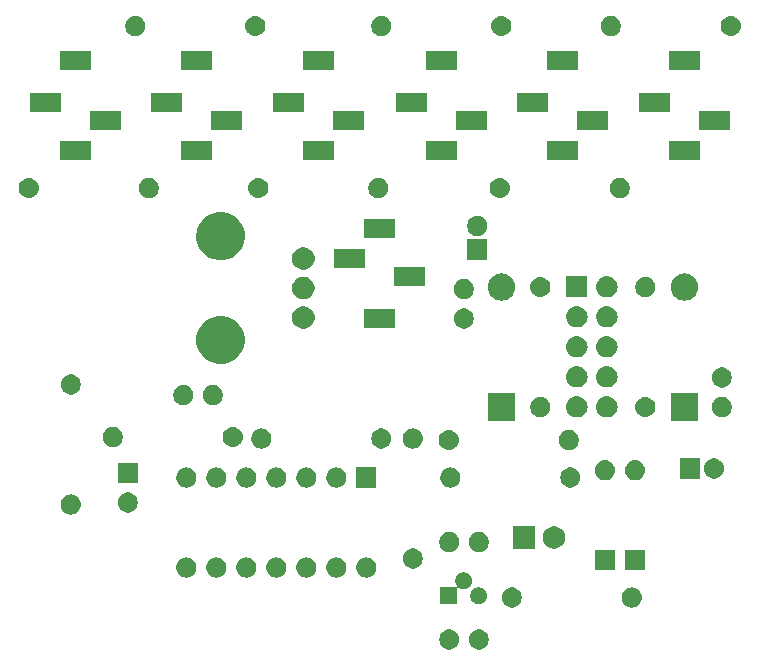
<source format=gbs>
G04 #@! TF.GenerationSoftware,KiCad,Pcbnew,(5.0.2)-1*
G04 #@! TF.CreationDate,2019-03-15T10:50:12+00:00*
G04 #@! TF.ProjectId,mixer,6d697865-722e-46b6-9963-61645f706362,rev?*
G04 #@! TF.SameCoordinates,Original*
G04 #@! TF.FileFunction,Soldermask,Bot*
G04 #@! TF.FilePolarity,Negative*
%FSLAX46Y46*%
G04 Gerber Fmt 4.6, Leading zero omitted, Abs format (unit mm)*
G04 Created by KiCad (PCBNEW (5.0.2)-1) date 15/03/2019 10:50:12*
%MOMM*%
%LPD*%
G01*
G04 APERTURE LIST*
%ADD10C,0.100000*%
G04 APERTURE END LIST*
D10*
G36*
X99816228Y-67507703D02*
X99971100Y-67571853D01*
X100110481Y-67664985D01*
X100229015Y-67783519D01*
X100322147Y-67922900D01*
X100386297Y-68077772D01*
X100419000Y-68242184D01*
X100419000Y-68409816D01*
X100386297Y-68574228D01*
X100322147Y-68729100D01*
X100229015Y-68868481D01*
X100110481Y-68987015D01*
X99971100Y-69080147D01*
X99816228Y-69144297D01*
X99651816Y-69177000D01*
X99484184Y-69177000D01*
X99319772Y-69144297D01*
X99164900Y-69080147D01*
X99025519Y-68987015D01*
X98906985Y-68868481D01*
X98813853Y-68729100D01*
X98749703Y-68574228D01*
X98717000Y-68409816D01*
X98717000Y-68242184D01*
X98749703Y-68077772D01*
X98813853Y-67922900D01*
X98906985Y-67783519D01*
X99025519Y-67664985D01*
X99164900Y-67571853D01*
X99319772Y-67507703D01*
X99484184Y-67475000D01*
X99651816Y-67475000D01*
X99816228Y-67507703D01*
X99816228Y-67507703D01*
G37*
G36*
X97316228Y-67507703D02*
X97471100Y-67571853D01*
X97610481Y-67664985D01*
X97729015Y-67783519D01*
X97822147Y-67922900D01*
X97886297Y-68077772D01*
X97919000Y-68242184D01*
X97919000Y-68409816D01*
X97886297Y-68574228D01*
X97822147Y-68729100D01*
X97729015Y-68868481D01*
X97610481Y-68987015D01*
X97471100Y-69080147D01*
X97316228Y-69144297D01*
X97151816Y-69177000D01*
X96984184Y-69177000D01*
X96819772Y-69144297D01*
X96664900Y-69080147D01*
X96525519Y-68987015D01*
X96406985Y-68868481D01*
X96313853Y-68729100D01*
X96249703Y-68574228D01*
X96217000Y-68409816D01*
X96217000Y-68242184D01*
X96249703Y-68077772D01*
X96313853Y-67922900D01*
X96406985Y-67783519D01*
X96525519Y-67664985D01*
X96664900Y-67571853D01*
X96819772Y-67507703D01*
X96984184Y-67475000D01*
X97151816Y-67475000D01*
X97316228Y-67507703D01*
X97316228Y-67507703D01*
G37*
G36*
X102610228Y-63951703D02*
X102765100Y-64015853D01*
X102904481Y-64108985D01*
X103023015Y-64227519D01*
X103116147Y-64366900D01*
X103180297Y-64521772D01*
X103213000Y-64686184D01*
X103213000Y-64853816D01*
X103180297Y-65018228D01*
X103116147Y-65173100D01*
X103023015Y-65312481D01*
X102904481Y-65431015D01*
X102765100Y-65524147D01*
X102610228Y-65588297D01*
X102445816Y-65621000D01*
X102278184Y-65621000D01*
X102113772Y-65588297D01*
X101958900Y-65524147D01*
X101819519Y-65431015D01*
X101700985Y-65312481D01*
X101607853Y-65173100D01*
X101543703Y-65018228D01*
X101511000Y-64853816D01*
X101511000Y-64686184D01*
X101543703Y-64521772D01*
X101607853Y-64366900D01*
X101700985Y-64227519D01*
X101819519Y-64108985D01*
X101958900Y-64015853D01*
X102113772Y-63951703D01*
X102278184Y-63919000D01*
X102445816Y-63919000D01*
X102610228Y-63951703D01*
X102610228Y-63951703D01*
G37*
G36*
X112688821Y-63931313D02*
X112688824Y-63931314D01*
X112688825Y-63931314D01*
X112849239Y-63979975D01*
X112849241Y-63979976D01*
X112849244Y-63979977D01*
X112997078Y-64058995D01*
X113126659Y-64165341D01*
X113233005Y-64294922D01*
X113312023Y-64442756D01*
X113312024Y-64442759D01*
X113312025Y-64442761D01*
X113360686Y-64603175D01*
X113360687Y-64603179D01*
X113377117Y-64770000D01*
X113360687Y-64936821D01*
X113360686Y-64936824D01*
X113360686Y-64936825D01*
X113335993Y-65018228D01*
X113312023Y-65097244D01*
X113233005Y-65245078D01*
X113126659Y-65374659D01*
X112997078Y-65481005D01*
X112849244Y-65560023D01*
X112849241Y-65560024D01*
X112849239Y-65560025D01*
X112688825Y-65608686D01*
X112688824Y-65608686D01*
X112688821Y-65608687D01*
X112563804Y-65621000D01*
X112480196Y-65621000D01*
X112355179Y-65608687D01*
X112355176Y-65608686D01*
X112355175Y-65608686D01*
X112194761Y-65560025D01*
X112194759Y-65560024D01*
X112194756Y-65560023D01*
X112046922Y-65481005D01*
X111917341Y-65374659D01*
X111810995Y-65245078D01*
X111731977Y-65097244D01*
X111708008Y-65018228D01*
X111683314Y-64936825D01*
X111683314Y-64936824D01*
X111683313Y-64936821D01*
X111666883Y-64770000D01*
X111683313Y-64603179D01*
X111683314Y-64603175D01*
X111731975Y-64442761D01*
X111731976Y-64442759D01*
X111731977Y-64442756D01*
X111810995Y-64294922D01*
X111917341Y-64165341D01*
X112046922Y-64058995D01*
X112194756Y-63979977D01*
X112194759Y-63979976D01*
X112194761Y-63979975D01*
X112355175Y-63931314D01*
X112355176Y-63931314D01*
X112355179Y-63931313D01*
X112480196Y-63919000D01*
X112563804Y-63919000D01*
X112688821Y-63931313D01*
X112688821Y-63931313D01*
G37*
G36*
X99757473Y-63948939D02*
X99885050Y-64001783D01*
X99999866Y-64078501D01*
X100097501Y-64176136D01*
X100174219Y-64290952D01*
X100227063Y-64418529D01*
X100254001Y-64553957D01*
X100254001Y-64692045D01*
X100227063Y-64827473D01*
X100174219Y-64955050D01*
X100097501Y-65069866D01*
X99999866Y-65167501D01*
X99885050Y-65244219D01*
X99757473Y-65297063D01*
X99622045Y-65324001D01*
X99483957Y-65324001D01*
X99348529Y-65297063D01*
X99220952Y-65244219D01*
X99106136Y-65167501D01*
X99008501Y-65069866D01*
X98931783Y-64955050D01*
X98878939Y-64827473D01*
X98852001Y-64692045D01*
X98852001Y-64553957D01*
X98878939Y-64418529D01*
X98931783Y-64290952D01*
X99008501Y-64176136D01*
X99106136Y-64078501D01*
X99220952Y-64001783D01*
X99348529Y-63948939D01*
X99483957Y-63922001D01*
X99622045Y-63922001D01*
X99757473Y-63948939D01*
X99757473Y-63948939D01*
G37*
G36*
X98487473Y-62678939D02*
X98615050Y-62731783D01*
X98729866Y-62808501D01*
X98827501Y-62906136D01*
X98904219Y-63020952D01*
X98957063Y-63148529D01*
X98984001Y-63283957D01*
X98984001Y-63422045D01*
X98957063Y-63557473D01*
X98904219Y-63685050D01*
X98827501Y-63799866D01*
X98729866Y-63897501D01*
X98615050Y-63974219D01*
X98487473Y-64027063D01*
X98352045Y-64054001D01*
X98213957Y-64054001D01*
X98078529Y-64027063D01*
X97950952Y-63974219D01*
X97908447Y-63945818D01*
X97886836Y-63934267D01*
X97863387Y-63927154D01*
X97839001Y-63924752D01*
X97814615Y-63927154D01*
X97791165Y-63934267D01*
X97769555Y-63945818D01*
X97750613Y-63961364D01*
X97735067Y-63980306D01*
X97723516Y-64001917D01*
X97716403Y-64025366D01*
X97714001Y-64049752D01*
X97714001Y-65324001D01*
X96312001Y-65324001D01*
X96312001Y-63922001D01*
X97586250Y-63922001D01*
X97610636Y-63919599D01*
X97634085Y-63912486D01*
X97655696Y-63900935D01*
X97674638Y-63885389D01*
X97690184Y-63866447D01*
X97701735Y-63844836D01*
X97708848Y-63821387D01*
X97711250Y-63797001D01*
X97708848Y-63772615D01*
X97701735Y-63749166D01*
X97690184Y-63727555D01*
X97661783Y-63685050D01*
X97608939Y-63557473D01*
X97582001Y-63422045D01*
X97582001Y-63283957D01*
X97608939Y-63148529D01*
X97661783Y-63020952D01*
X97738501Y-62906136D01*
X97836136Y-62808501D01*
X97950952Y-62731783D01*
X98078529Y-62678939D01*
X98213957Y-62652001D01*
X98352045Y-62652001D01*
X98487473Y-62678939D01*
X98487473Y-62678939D01*
G37*
G36*
X90209821Y-61391313D02*
X90209824Y-61391314D01*
X90209825Y-61391314D01*
X90370239Y-61439975D01*
X90370241Y-61439976D01*
X90370244Y-61439977D01*
X90518078Y-61518995D01*
X90647659Y-61625341D01*
X90754005Y-61754922D01*
X90833023Y-61902756D01*
X90881687Y-62063179D01*
X90898117Y-62230000D01*
X90881687Y-62396821D01*
X90833023Y-62557244D01*
X90754005Y-62705078D01*
X90647659Y-62834659D01*
X90518078Y-62941005D01*
X90370244Y-63020023D01*
X90370241Y-63020024D01*
X90370239Y-63020025D01*
X90209825Y-63068686D01*
X90209824Y-63068686D01*
X90209821Y-63068687D01*
X90084804Y-63081000D01*
X90001196Y-63081000D01*
X89876179Y-63068687D01*
X89876176Y-63068686D01*
X89876175Y-63068686D01*
X89715761Y-63020025D01*
X89715759Y-63020024D01*
X89715756Y-63020023D01*
X89567922Y-62941005D01*
X89438341Y-62834659D01*
X89331995Y-62705078D01*
X89252977Y-62557244D01*
X89204313Y-62396821D01*
X89187883Y-62230000D01*
X89204313Y-62063179D01*
X89252977Y-61902756D01*
X89331995Y-61754922D01*
X89438341Y-61625341D01*
X89567922Y-61518995D01*
X89715756Y-61439977D01*
X89715759Y-61439976D01*
X89715761Y-61439975D01*
X89876175Y-61391314D01*
X89876176Y-61391314D01*
X89876179Y-61391313D01*
X90001196Y-61379000D01*
X90084804Y-61379000D01*
X90209821Y-61391313D01*
X90209821Y-61391313D01*
G37*
G36*
X87669821Y-61391313D02*
X87669824Y-61391314D01*
X87669825Y-61391314D01*
X87830239Y-61439975D01*
X87830241Y-61439976D01*
X87830244Y-61439977D01*
X87978078Y-61518995D01*
X88107659Y-61625341D01*
X88214005Y-61754922D01*
X88293023Y-61902756D01*
X88341687Y-62063179D01*
X88358117Y-62230000D01*
X88341687Y-62396821D01*
X88293023Y-62557244D01*
X88214005Y-62705078D01*
X88107659Y-62834659D01*
X87978078Y-62941005D01*
X87830244Y-63020023D01*
X87830241Y-63020024D01*
X87830239Y-63020025D01*
X87669825Y-63068686D01*
X87669824Y-63068686D01*
X87669821Y-63068687D01*
X87544804Y-63081000D01*
X87461196Y-63081000D01*
X87336179Y-63068687D01*
X87336176Y-63068686D01*
X87336175Y-63068686D01*
X87175761Y-63020025D01*
X87175759Y-63020024D01*
X87175756Y-63020023D01*
X87027922Y-62941005D01*
X86898341Y-62834659D01*
X86791995Y-62705078D01*
X86712977Y-62557244D01*
X86664313Y-62396821D01*
X86647883Y-62230000D01*
X86664313Y-62063179D01*
X86712977Y-61902756D01*
X86791995Y-61754922D01*
X86898341Y-61625341D01*
X87027922Y-61518995D01*
X87175756Y-61439977D01*
X87175759Y-61439976D01*
X87175761Y-61439975D01*
X87336175Y-61391314D01*
X87336176Y-61391314D01*
X87336179Y-61391313D01*
X87461196Y-61379000D01*
X87544804Y-61379000D01*
X87669821Y-61391313D01*
X87669821Y-61391313D01*
G37*
G36*
X85129821Y-61391313D02*
X85129824Y-61391314D01*
X85129825Y-61391314D01*
X85290239Y-61439975D01*
X85290241Y-61439976D01*
X85290244Y-61439977D01*
X85438078Y-61518995D01*
X85567659Y-61625341D01*
X85674005Y-61754922D01*
X85753023Y-61902756D01*
X85801687Y-62063179D01*
X85818117Y-62230000D01*
X85801687Y-62396821D01*
X85753023Y-62557244D01*
X85674005Y-62705078D01*
X85567659Y-62834659D01*
X85438078Y-62941005D01*
X85290244Y-63020023D01*
X85290241Y-63020024D01*
X85290239Y-63020025D01*
X85129825Y-63068686D01*
X85129824Y-63068686D01*
X85129821Y-63068687D01*
X85004804Y-63081000D01*
X84921196Y-63081000D01*
X84796179Y-63068687D01*
X84796176Y-63068686D01*
X84796175Y-63068686D01*
X84635761Y-63020025D01*
X84635759Y-63020024D01*
X84635756Y-63020023D01*
X84487922Y-62941005D01*
X84358341Y-62834659D01*
X84251995Y-62705078D01*
X84172977Y-62557244D01*
X84124313Y-62396821D01*
X84107883Y-62230000D01*
X84124313Y-62063179D01*
X84172977Y-61902756D01*
X84251995Y-61754922D01*
X84358341Y-61625341D01*
X84487922Y-61518995D01*
X84635756Y-61439977D01*
X84635759Y-61439976D01*
X84635761Y-61439975D01*
X84796175Y-61391314D01*
X84796176Y-61391314D01*
X84796179Y-61391313D01*
X84921196Y-61379000D01*
X85004804Y-61379000D01*
X85129821Y-61391313D01*
X85129821Y-61391313D01*
G37*
G36*
X82589821Y-61391313D02*
X82589824Y-61391314D01*
X82589825Y-61391314D01*
X82750239Y-61439975D01*
X82750241Y-61439976D01*
X82750244Y-61439977D01*
X82898078Y-61518995D01*
X83027659Y-61625341D01*
X83134005Y-61754922D01*
X83213023Y-61902756D01*
X83261687Y-62063179D01*
X83278117Y-62230000D01*
X83261687Y-62396821D01*
X83213023Y-62557244D01*
X83134005Y-62705078D01*
X83027659Y-62834659D01*
X82898078Y-62941005D01*
X82750244Y-63020023D01*
X82750241Y-63020024D01*
X82750239Y-63020025D01*
X82589825Y-63068686D01*
X82589824Y-63068686D01*
X82589821Y-63068687D01*
X82464804Y-63081000D01*
X82381196Y-63081000D01*
X82256179Y-63068687D01*
X82256176Y-63068686D01*
X82256175Y-63068686D01*
X82095761Y-63020025D01*
X82095759Y-63020024D01*
X82095756Y-63020023D01*
X81947922Y-62941005D01*
X81818341Y-62834659D01*
X81711995Y-62705078D01*
X81632977Y-62557244D01*
X81584313Y-62396821D01*
X81567883Y-62230000D01*
X81584313Y-62063179D01*
X81632977Y-61902756D01*
X81711995Y-61754922D01*
X81818341Y-61625341D01*
X81947922Y-61518995D01*
X82095756Y-61439977D01*
X82095759Y-61439976D01*
X82095761Y-61439975D01*
X82256175Y-61391314D01*
X82256176Y-61391314D01*
X82256179Y-61391313D01*
X82381196Y-61379000D01*
X82464804Y-61379000D01*
X82589821Y-61391313D01*
X82589821Y-61391313D01*
G37*
G36*
X80049821Y-61391313D02*
X80049824Y-61391314D01*
X80049825Y-61391314D01*
X80210239Y-61439975D01*
X80210241Y-61439976D01*
X80210244Y-61439977D01*
X80358078Y-61518995D01*
X80487659Y-61625341D01*
X80594005Y-61754922D01*
X80673023Y-61902756D01*
X80721687Y-62063179D01*
X80738117Y-62230000D01*
X80721687Y-62396821D01*
X80673023Y-62557244D01*
X80594005Y-62705078D01*
X80487659Y-62834659D01*
X80358078Y-62941005D01*
X80210244Y-63020023D01*
X80210241Y-63020024D01*
X80210239Y-63020025D01*
X80049825Y-63068686D01*
X80049824Y-63068686D01*
X80049821Y-63068687D01*
X79924804Y-63081000D01*
X79841196Y-63081000D01*
X79716179Y-63068687D01*
X79716176Y-63068686D01*
X79716175Y-63068686D01*
X79555761Y-63020025D01*
X79555759Y-63020024D01*
X79555756Y-63020023D01*
X79407922Y-62941005D01*
X79278341Y-62834659D01*
X79171995Y-62705078D01*
X79092977Y-62557244D01*
X79044313Y-62396821D01*
X79027883Y-62230000D01*
X79044313Y-62063179D01*
X79092977Y-61902756D01*
X79171995Y-61754922D01*
X79278341Y-61625341D01*
X79407922Y-61518995D01*
X79555756Y-61439977D01*
X79555759Y-61439976D01*
X79555761Y-61439975D01*
X79716175Y-61391314D01*
X79716176Y-61391314D01*
X79716179Y-61391313D01*
X79841196Y-61379000D01*
X79924804Y-61379000D01*
X80049821Y-61391313D01*
X80049821Y-61391313D01*
G37*
G36*
X77509821Y-61391313D02*
X77509824Y-61391314D01*
X77509825Y-61391314D01*
X77670239Y-61439975D01*
X77670241Y-61439976D01*
X77670244Y-61439977D01*
X77818078Y-61518995D01*
X77947659Y-61625341D01*
X78054005Y-61754922D01*
X78133023Y-61902756D01*
X78181687Y-62063179D01*
X78198117Y-62230000D01*
X78181687Y-62396821D01*
X78133023Y-62557244D01*
X78054005Y-62705078D01*
X77947659Y-62834659D01*
X77818078Y-62941005D01*
X77670244Y-63020023D01*
X77670241Y-63020024D01*
X77670239Y-63020025D01*
X77509825Y-63068686D01*
X77509824Y-63068686D01*
X77509821Y-63068687D01*
X77384804Y-63081000D01*
X77301196Y-63081000D01*
X77176179Y-63068687D01*
X77176176Y-63068686D01*
X77176175Y-63068686D01*
X77015761Y-63020025D01*
X77015759Y-63020024D01*
X77015756Y-63020023D01*
X76867922Y-62941005D01*
X76738341Y-62834659D01*
X76631995Y-62705078D01*
X76552977Y-62557244D01*
X76504313Y-62396821D01*
X76487883Y-62230000D01*
X76504313Y-62063179D01*
X76552977Y-61902756D01*
X76631995Y-61754922D01*
X76738341Y-61625341D01*
X76867922Y-61518995D01*
X77015756Y-61439977D01*
X77015759Y-61439976D01*
X77015761Y-61439975D01*
X77176175Y-61391314D01*
X77176176Y-61391314D01*
X77176179Y-61391313D01*
X77301196Y-61379000D01*
X77384804Y-61379000D01*
X77509821Y-61391313D01*
X77509821Y-61391313D01*
G37*
G36*
X74969821Y-61391313D02*
X74969824Y-61391314D01*
X74969825Y-61391314D01*
X75130239Y-61439975D01*
X75130241Y-61439976D01*
X75130244Y-61439977D01*
X75278078Y-61518995D01*
X75407659Y-61625341D01*
X75514005Y-61754922D01*
X75593023Y-61902756D01*
X75641687Y-62063179D01*
X75658117Y-62230000D01*
X75641687Y-62396821D01*
X75593023Y-62557244D01*
X75514005Y-62705078D01*
X75407659Y-62834659D01*
X75278078Y-62941005D01*
X75130244Y-63020023D01*
X75130241Y-63020024D01*
X75130239Y-63020025D01*
X74969825Y-63068686D01*
X74969824Y-63068686D01*
X74969821Y-63068687D01*
X74844804Y-63081000D01*
X74761196Y-63081000D01*
X74636179Y-63068687D01*
X74636176Y-63068686D01*
X74636175Y-63068686D01*
X74475761Y-63020025D01*
X74475759Y-63020024D01*
X74475756Y-63020023D01*
X74327922Y-62941005D01*
X74198341Y-62834659D01*
X74091995Y-62705078D01*
X74012977Y-62557244D01*
X73964313Y-62396821D01*
X73947883Y-62230000D01*
X73964313Y-62063179D01*
X74012977Y-61902756D01*
X74091995Y-61754922D01*
X74198341Y-61625341D01*
X74327922Y-61518995D01*
X74475756Y-61439977D01*
X74475759Y-61439976D01*
X74475761Y-61439975D01*
X74636175Y-61391314D01*
X74636176Y-61391314D01*
X74636179Y-61391313D01*
X74761196Y-61379000D01*
X74844804Y-61379000D01*
X74969821Y-61391313D01*
X74969821Y-61391313D01*
G37*
G36*
X111092001Y-62468999D02*
X109390001Y-62468999D01*
X109390001Y-60766999D01*
X111092001Y-60766999D01*
X111092001Y-62468999D01*
X111092001Y-62468999D01*
G37*
G36*
X113642001Y-62468999D02*
X111940001Y-62468999D01*
X111940001Y-60766999D01*
X113642001Y-60766999D01*
X113642001Y-62468999D01*
X113642001Y-62468999D01*
G37*
G36*
X94228228Y-60649703D02*
X94383100Y-60713853D01*
X94522481Y-60806985D01*
X94641015Y-60925519D01*
X94734147Y-61064900D01*
X94798297Y-61219772D01*
X94831000Y-61384184D01*
X94831000Y-61551816D01*
X94798297Y-61716228D01*
X94734147Y-61871100D01*
X94641015Y-62010481D01*
X94522481Y-62129015D01*
X94383100Y-62222147D01*
X94228228Y-62286297D01*
X94063816Y-62319000D01*
X93896184Y-62319000D01*
X93731772Y-62286297D01*
X93576900Y-62222147D01*
X93437519Y-62129015D01*
X93318985Y-62010481D01*
X93225853Y-61871100D01*
X93161703Y-61716228D01*
X93129000Y-61551816D01*
X93129000Y-61384184D01*
X93161703Y-61219772D01*
X93225853Y-61064900D01*
X93318985Y-60925519D01*
X93437519Y-60806985D01*
X93576900Y-60713853D01*
X93731772Y-60649703D01*
X93896184Y-60617000D01*
X94063816Y-60617000D01*
X94228228Y-60649703D01*
X94228228Y-60649703D01*
G37*
G36*
X97316228Y-59252703D02*
X97471100Y-59316853D01*
X97610481Y-59409985D01*
X97729015Y-59528519D01*
X97822147Y-59667900D01*
X97886297Y-59822772D01*
X97919000Y-59987184D01*
X97919000Y-60154816D01*
X97886297Y-60319228D01*
X97822147Y-60474100D01*
X97729015Y-60613481D01*
X97610481Y-60732015D01*
X97471100Y-60825147D01*
X97316228Y-60889297D01*
X97151816Y-60922000D01*
X96984184Y-60922000D01*
X96819772Y-60889297D01*
X96664900Y-60825147D01*
X96525519Y-60732015D01*
X96406985Y-60613481D01*
X96313853Y-60474100D01*
X96249703Y-60319228D01*
X96217000Y-60154816D01*
X96217000Y-59987184D01*
X96249703Y-59822772D01*
X96313853Y-59667900D01*
X96406985Y-59528519D01*
X96525519Y-59409985D01*
X96664900Y-59316853D01*
X96819772Y-59252703D01*
X96984184Y-59220000D01*
X97151816Y-59220000D01*
X97316228Y-59252703D01*
X97316228Y-59252703D01*
G37*
G36*
X99816228Y-59252703D02*
X99971100Y-59316853D01*
X100110481Y-59409985D01*
X100229015Y-59528519D01*
X100322147Y-59667900D01*
X100386297Y-59822772D01*
X100419000Y-59987184D01*
X100419000Y-60154816D01*
X100386297Y-60319228D01*
X100322147Y-60474100D01*
X100229015Y-60613481D01*
X100110481Y-60732015D01*
X99971100Y-60825147D01*
X99816228Y-60889297D01*
X99651816Y-60922000D01*
X99484184Y-60922000D01*
X99319772Y-60889297D01*
X99164900Y-60825147D01*
X99025519Y-60732015D01*
X98906985Y-60613481D01*
X98813853Y-60474100D01*
X98749703Y-60319228D01*
X98717000Y-60154816D01*
X98717000Y-59987184D01*
X98749703Y-59822772D01*
X98813853Y-59667900D01*
X98906985Y-59528519D01*
X99025519Y-59409985D01*
X99164900Y-59316853D01*
X99319772Y-59252703D01*
X99484184Y-59220000D01*
X99651816Y-59220000D01*
X99816228Y-59252703D01*
X99816228Y-59252703D01*
G37*
G36*
X104329000Y-60641000D02*
X102427000Y-60641000D01*
X102427000Y-58739000D01*
X104329000Y-58739000D01*
X104329000Y-60641000D01*
X104329000Y-60641000D01*
G37*
G36*
X106195396Y-58775546D02*
X106368466Y-58847234D01*
X106524230Y-58951312D01*
X106656688Y-59083770D01*
X106760766Y-59239534D01*
X106832454Y-59412604D01*
X106869000Y-59596333D01*
X106869000Y-59783667D01*
X106832454Y-59967396D01*
X106760766Y-60140466D01*
X106656688Y-60296230D01*
X106524230Y-60428688D01*
X106368466Y-60532766D01*
X106195396Y-60604454D01*
X106011667Y-60641000D01*
X105824333Y-60641000D01*
X105640604Y-60604454D01*
X105467534Y-60532766D01*
X105311770Y-60428688D01*
X105179312Y-60296230D01*
X105075234Y-60140466D01*
X105003546Y-59967396D01*
X104967000Y-59783667D01*
X104967000Y-59596333D01*
X105003546Y-59412604D01*
X105075234Y-59239534D01*
X105179312Y-59083770D01*
X105311770Y-58951312D01*
X105467534Y-58847234D01*
X105640604Y-58775546D01*
X105824333Y-58739000D01*
X106011667Y-58739000D01*
X106195396Y-58775546D01*
X106195396Y-58775546D01*
G37*
G36*
X65190821Y-56057313D02*
X65190824Y-56057314D01*
X65190825Y-56057314D01*
X65351239Y-56105975D01*
X65351241Y-56105976D01*
X65351244Y-56105977D01*
X65499078Y-56184995D01*
X65628659Y-56291341D01*
X65735005Y-56420922D01*
X65814023Y-56568756D01*
X65814024Y-56568759D01*
X65814025Y-56568761D01*
X65862686Y-56729175D01*
X65862687Y-56729179D01*
X65879117Y-56896000D01*
X65862687Y-57062821D01*
X65862686Y-57062824D01*
X65862686Y-57062825D01*
X65841672Y-57132100D01*
X65814023Y-57223244D01*
X65735005Y-57371078D01*
X65628659Y-57500659D01*
X65499078Y-57607005D01*
X65351244Y-57686023D01*
X65351241Y-57686024D01*
X65351239Y-57686025D01*
X65190825Y-57734686D01*
X65190824Y-57734686D01*
X65190821Y-57734687D01*
X65065804Y-57747000D01*
X64982196Y-57747000D01*
X64857179Y-57734687D01*
X64857176Y-57734686D01*
X64857175Y-57734686D01*
X64696761Y-57686025D01*
X64696759Y-57686024D01*
X64696756Y-57686023D01*
X64548922Y-57607005D01*
X64419341Y-57500659D01*
X64312995Y-57371078D01*
X64233977Y-57223244D01*
X64206329Y-57132100D01*
X64185314Y-57062825D01*
X64185314Y-57062824D01*
X64185313Y-57062821D01*
X64168883Y-56896000D01*
X64185313Y-56729179D01*
X64185314Y-56729175D01*
X64233975Y-56568761D01*
X64233976Y-56568759D01*
X64233977Y-56568756D01*
X64312995Y-56420922D01*
X64419341Y-56291341D01*
X64548922Y-56184995D01*
X64696756Y-56105977D01*
X64696759Y-56105976D01*
X64696761Y-56105975D01*
X64857175Y-56057314D01*
X64857176Y-56057314D01*
X64857179Y-56057313D01*
X64982196Y-56045000D01*
X65065804Y-56045000D01*
X65190821Y-56057313D01*
X65190821Y-56057313D01*
G37*
G36*
X70098228Y-55910703D02*
X70253100Y-55974853D01*
X70392481Y-56067985D01*
X70511015Y-56186519D01*
X70604147Y-56325900D01*
X70668297Y-56480772D01*
X70701000Y-56645184D01*
X70701000Y-56812816D01*
X70668297Y-56977228D01*
X70604147Y-57132100D01*
X70511015Y-57271481D01*
X70392481Y-57390015D01*
X70253100Y-57483147D01*
X70098228Y-57547297D01*
X69933816Y-57580000D01*
X69766184Y-57580000D01*
X69601772Y-57547297D01*
X69446900Y-57483147D01*
X69307519Y-57390015D01*
X69188985Y-57271481D01*
X69095853Y-57132100D01*
X69031703Y-56977228D01*
X68999000Y-56812816D01*
X68999000Y-56645184D01*
X69031703Y-56480772D01*
X69095853Y-56325900D01*
X69188985Y-56186519D01*
X69307519Y-56067985D01*
X69446900Y-55974853D01*
X69601772Y-55910703D01*
X69766184Y-55878000D01*
X69933816Y-55878000D01*
X70098228Y-55910703D01*
X70098228Y-55910703D01*
G37*
G36*
X74969821Y-53771313D02*
X74969824Y-53771314D01*
X74969825Y-53771314D01*
X75130239Y-53819975D01*
X75130241Y-53819976D01*
X75130244Y-53819977D01*
X75278078Y-53898995D01*
X75407659Y-54005341D01*
X75514005Y-54134922D01*
X75593023Y-54282756D01*
X75593024Y-54282759D01*
X75593025Y-54282761D01*
X75625701Y-54390481D01*
X75641687Y-54443179D01*
X75658117Y-54610000D01*
X75641687Y-54776821D01*
X75641686Y-54776824D01*
X75641686Y-54776825D01*
X75616993Y-54858228D01*
X75593023Y-54937244D01*
X75514005Y-55085078D01*
X75407659Y-55214659D01*
X75278078Y-55321005D01*
X75130244Y-55400023D01*
X75130241Y-55400024D01*
X75130239Y-55400025D01*
X74969825Y-55448686D01*
X74969824Y-55448686D01*
X74969821Y-55448687D01*
X74844804Y-55461000D01*
X74761196Y-55461000D01*
X74636179Y-55448687D01*
X74636176Y-55448686D01*
X74636175Y-55448686D01*
X74475761Y-55400025D01*
X74475759Y-55400024D01*
X74475756Y-55400023D01*
X74327922Y-55321005D01*
X74198341Y-55214659D01*
X74091995Y-55085078D01*
X74012977Y-54937244D01*
X73989008Y-54858228D01*
X73964314Y-54776825D01*
X73964314Y-54776824D01*
X73964313Y-54776821D01*
X73947883Y-54610000D01*
X73964313Y-54443179D01*
X73980299Y-54390481D01*
X74012975Y-54282761D01*
X74012976Y-54282759D01*
X74012977Y-54282756D01*
X74091995Y-54134922D01*
X74198341Y-54005341D01*
X74327922Y-53898995D01*
X74475756Y-53819977D01*
X74475759Y-53819976D01*
X74475761Y-53819975D01*
X74636175Y-53771314D01*
X74636176Y-53771314D01*
X74636179Y-53771313D01*
X74761196Y-53759000D01*
X74844804Y-53759000D01*
X74969821Y-53771313D01*
X74969821Y-53771313D01*
G37*
G36*
X87669821Y-53771313D02*
X87669824Y-53771314D01*
X87669825Y-53771314D01*
X87830239Y-53819975D01*
X87830241Y-53819976D01*
X87830244Y-53819977D01*
X87978078Y-53898995D01*
X88107659Y-54005341D01*
X88214005Y-54134922D01*
X88293023Y-54282756D01*
X88293024Y-54282759D01*
X88293025Y-54282761D01*
X88325701Y-54390481D01*
X88341687Y-54443179D01*
X88358117Y-54610000D01*
X88341687Y-54776821D01*
X88341686Y-54776824D01*
X88341686Y-54776825D01*
X88316993Y-54858228D01*
X88293023Y-54937244D01*
X88214005Y-55085078D01*
X88107659Y-55214659D01*
X87978078Y-55321005D01*
X87830244Y-55400023D01*
X87830241Y-55400024D01*
X87830239Y-55400025D01*
X87669825Y-55448686D01*
X87669824Y-55448686D01*
X87669821Y-55448687D01*
X87544804Y-55461000D01*
X87461196Y-55461000D01*
X87336179Y-55448687D01*
X87336176Y-55448686D01*
X87336175Y-55448686D01*
X87175761Y-55400025D01*
X87175759Y-55400024D01*
X87175756Y-55400023D01*
X87027922Y-55321005D01*
X86898341Y-55214659D01*
X86791995Y-55085078D01*
X86712977Y-54937244D01*
X86689008Y-54858228D01*
X86664314Y-54776825D01*
X86664314Y-54776824D01*
X86664313Y-54776821D01*
X86647883Y-54610000D01*
X86664313Y-54443179D01*
X86680299Y-54390481D01*
X86712975Y-54282761D01*
X86712976Y-54282759D01*
X86712977Y-54282756D01*
X86791995Y-54134922D01*
X86898341Y-54005341D01*
X87027922Y-53898995D01*
X87175756Y-53819977D01*
X87175759Y-53819976D01*
X87175761Y-53819975D01*
X87336175Y-53771314D01*
X87336176Y-53771314D01*
X87336179Y-53771313D01*
X87461196Y-53759000D01*
X87544804Y-53759000D01*
X87669821Y-53771313D01*
X87669821Y-53771313D01*
G37*
G36*
X77509821Y-53771313D02*
X77509824Y-53771314D01*
X77509825Y-53771314D01*
X77670239Y-53819975D01*
X77670241Y-53819976D01*
X77670244Y-53819977D01*
X77818078Y-53898995D01*
X77947659Y-54005341D01*
X78054005Y-54134922D01*
X78133023Y-54282756D01*
X78133024Y-54282759D01*
X78133025Y-54282761D01*
X78165701Y-54390481D01*
X78181687Y-54443179D01*
X78198117Y-54610000D01*
X78181687Y-54776821D01*
X78181686Y-54776824D01*
X78181686Y-54776825D01*
X78156993Y-54858228D01*
X78133023Y-54937244D01*
X78054005Y-55085078D01*
X77947659Y-55214659D01*
X77818078Y-55321005D01*
X77670244Y-55400023D01*
X77670241Y-55400024D01*
X77670239Y-55400025D01*
X77509825Y-55448686D01*
X77509824Y-55448686D01*
X77509821Y-55448687D01*
X77384804Y-55461000D01*
X77301196Y-55461000D01*
X77176179Y-55448687D01*
X77176176Y-55448686D01*
X77176175Y-55448686D01*
X77015761Y-55400025D01*
X77015759Y-55400024D01*
X77015756Y-55400023D01*
X76867922Y-55321005D01*
X76738341Y-55214659D01*
X76631995Y-55085078D01*
X76552977Y-54937244D01*
X76529008Y-54858228D01*
X76504314Y-54776825D01*
X76504314Y-54776824D01*
X76504313Y-54776821D01*
X76487883Y-54610000D01*
X76504313Y-54443179D01*
X76520299Y-54390481D01*
X76552975Y-54282761D01*
X76552976Y-54282759D01*
X76552977Y-54282756D01*
X76631995Y-54134922D01*
X76738341Y-54005341D01*
X76867922Y-53898995D01*
X77015756Y-53819977D01*
X77015759Y-53819976D01*
X77015761Y-53819975D01*
X77176175Y-53771314D01*
X77176176Y-53771314D01*
X77176179Y-53771313D01*
X77301196Y-53759000D01*
X77384804Y-53759000D01*
X77509821Y-53771313D01*
X77509821Y-53771313D01*
G37*
G36*
X97321821Y-53771313D02*
X97321824Y-53771314D01*
X97321825Y-53771314D01*
X97482239Y-53819975D01*
X97482241Y-53819976D01*
X97482244Y-53819977D01*
X97630078Y-53898995D01*
X97759659Y-54005341D01*
X97866005Y-54134922D01*
X97945023Y-54282756D01*
X97945024Y-54282759D01*
X97945025Y-54282761D01*
X97977701Y-54390481D01*
X97993687Y-54443179D01*
X98010117Y-54610000D01*
X97993687Y-54776821D01*
X97993686Y-54776824D01*
X97993686Y-54776825D01*
X97968993Y-54858228D01*
X97945023Y-54937244D01*
X97866005Y-55085078D01*
X97759659Y-55214659D01*
X97630078Y-55321005D01*
X97482244Y-55400023D01*
X97482241Y-55400024D01*
X97482239Y-55400025D01*
X97321825Y-55448686D01*
X97321824Y-55448686D01*
X97321821Y-55448687D01*
X97196804Y-55461000D01*
X97113196Y-55461000D01*
X96988179Y-55448687D01*
X96988176Y-55448686D01*
X96988175Y-55448686D01*
X96827761Y-55400025D01*
X96827759Y-55400024D01*
X96827756Y-55400023D01*
X96679922Y-55321005D01*
X96550341Y-55214659D01*
X96443995Y-55085078D01*
X96364977Y-54937244D01*
X96341008Y-54858228D01*
X96316314Y-54776825D01*
X96316314Y-54776824D01*
X96316313Y-54776821D01*
X96299883Y-54610000D01*
X96316313Y-54443179D01*
X96332299Y-54390481D01*
X96364975Y-54282761D01*
X96364976Y-54282759D01*
X96364977Y-54282756D01*
X96443995Y-54134922D01*
X96550341Y-54005341D01*
X96679922Y-53898995D01*
X96827756Y-53819977D01*
X96827759Y-53819976D01*
X96827761Y-53819975D01*
X96988175Y-53771314D01*
X96988176Y-53771314D01*
X96988179Y-53771313D01*
X97113196Y-53759000D01*
X97196804Y-53759000D01*
X97321821Y-53771313D01*
X97321821Y-53771313D01*
G37*
G36*
X85129821Y-53771313D02*
X85129824Y-53771314D01*
X85129825Y-53771314D01*
X85290239Y-53819975D01*
X85290241Y-53819976D01*
X85290244Y-53819977D01*
X85438078Y-53898995D01*
X85567659Y-54005341D01*
X85674005Y-54134922D01*
X85753023Y-54282756D01*
X85753024Y-54282759D01*
X85753025Y-54282761D01*
X85785701Y-54390481D01*
X85801687Y-54443179D01*
X85818117Y-54610000D01*
X85801687Y-54776821D01*
X85801686Y-54776824D01*
X85801686Y-54776825D01*
X85776993Y-54858228D01*
X85753023Y-54937244D01*
X85674005Y-55085078D01*
X85567659Y-55214659D01*
X85438078Y-55321005D01*
X85290244Y-55400023D01*
X85290241Y-55400024D01*
X85290239Y-55400025D01*
X85129825Y-55448686D01*
X85129824Y-55448686D01*
X85129821Y-55448687D01*
X85004804Y-55461000D01*
X84921196Y-55461000D01*
X84796179Y-55448687D01*
X84796176Y-55448686D01*
X84796175Y-55448686D01*
X84635761Y-55400025D01*
X84635759Y-55400024D01*
X84635756Y-55400023D01*
X84487922Y-55321005D01*
X84358341Y-55214659D01*
X84251995Y-55085078D01*
X84172977Y-54937244D01*
X84149008Y-54858228D01*
X84124314Y-54776825D01*
X84124314Y-54776824D01*
X84124313Y-54776821D01*
X84107883Y-54610000D01*
X84124313Y-54443179D01*
X84140299Y-54390481D01*
X84172975Y-54282761D01*
X84172976Y-54282759D01*
X84172977Y-54282756D01*
X84251995Y-54134922D01*
X84358341Y-54005341D01*
X84487922Y-53898995D01*
X84635756Y-53819977D01*
X84635759Y-53819976D01*
X84635761Y-53819975D01*
X84796175Y-53771314D01*
X84796176Y-53771314D01*
X84796179Y-53771313D01*
X84921196Y-53759000D01*
X85004804Y-53759000D01*
X85129821Y-53771313D01*
X85129821Y-53771313D01*
G37*
G36*
X82589821Y-53771313D02*
X82589824Y-53771314D01*
X82589825Y-53771314D01*
X82750239Y-53819975D01*
X82750241Y-53819976D01*
X82750244Y-53819977D01*
X82898078Y-53898995D01*
X83027659Y-54005341D01*
X83134005Y-54134922D01*
X83213023Y-54282756D01*
X83213024Y-54282759D01*
X83213025Y-54282761D01*
X83245701Y-54390481D01*
X83261687Y-54443179D01*
X83278117Y-54610000D01*
X83261687Y-54776821D01*
X83261686Y-54776824D01*
X83261686Y-54776825D01*
X83236993Y-54858228D01*
X83213023Y-54937244D01*
X83134005Y-55085078D01*
X83027659Y-55214659D01*
X82898078Y-55321005D01*
X82750244Y-55400023D01*
X82750241Y-55400024D01*
X82750239Y-55400025D01*
X82589825Y-55448686D01*
X82589824Y-55448686D01*
X82589821Y-55448687D01*
X82464804Y-55461000D01*
X82381196Y-55461000D01*
X82256179Y-55448687D01*
X82256176Y-55448686D01*
X82256175Y-55448686D01*
X82095761Y-55400025D01*
X82095759Y-55400024D01*
X82095756Y-55400023D01*
X81947922Y-55321005D01*
X81818341Y-55214659D01*
X81711995Y-55085078D01*
X81632977Y-54937244D01*
X81609008Y-54858228D01*
X81584314Y-54776825D01*
X81584314Y-54776824D01*
X81584313Y-54776821D01*
X81567883Y-54610000D01*
X81584313Y-54443179D01*
X81600299Y-54390481D01*
X81632975Y-54282761D01*
X81632976Y-54282759D01*
X81632977Y-54282756D01*
X81711995Y-54134922D01*
X81818341Y-54005341D01*
X81947922Y-53898995D01*
X82095756Y-53819977D01*
X82095759Y-53819976D01*
X82095761Y-53819975D01*
X82256175Y-53771314D01*
X82256176Y-53771314D01*
X82256179Y-53771313D01*
X82381196Y-53759000D01*
X82464804Y-53759000D01*
X82589821Y-53771313D01*
X82589821Y-53771313D01*
G37*
G36*
X80049821Y-53771313D02*
X80049824Y-53771314D01*
X80049825Y-53771314D01*
X80210239Y-53819975D01*
X80210241Y-53819976D01*
X80210244Y-53819977D01*
X80358078Y-53898995D01*
X80487659Y-54005341D01*
X80594005Y-54134922D01*
X80673023Y-54282756D01*
X80673024Y-54282759D01*
X80673025Y-54282761D01*
X80705701Y-54390481D01*
X80721687Y-54443179D01*
X80738117Y-54610000D01*
X80721687Y-54776821D01*
X80721686Y-54776824D01*
X80721686Y-54776825D01*
X80696993Y-54858228D01*
X80673023Y-54937244D01*
X80594005Y-55085078D01*
X80487659Y-55214659D01*
X80358078Y-55321005D01*
X80210244Y-55400023D01*
X80210241Y-55400024D01*
X80210239Y-55400025D01*
X80049825Y-55448686D01*
X80049824Y-55448686D01*
X80049821Y-55448687D01*
X79924804Y-55461000D01*
X79841196Y-55461000D01*
X79716179Y-55448687D01*
X79716176Y-55448686D01*
X79716175Y-55448686D01*
X79555761Y-55400025D01*
X79555759Y-55400024D01*
X79555756Y-55400023D01*
X79407922Y-55321005D01*
X79278341Y-55214659D01*
X79171995Y-55085078D01*
X79092977Y-54937244D01*
X79069008Y-54858228D01*
X79044314Y-54776825D01*
X79044314Y-54776824D01*
X79044313Y-54776821D01*
X79027883Y-54610000D01*
X79044313Y-54443179D01*
X79060299Y-54390481D01*
X79092975Y-54282761D01*
X79092976Y-54282759D01*
X79092977Y-54282756D01*
X79171995Y-54134922D01*
X79278341Y-54005341D01*
X79407922Y-53898995D01*
X79555756Y-53819977D01*
X79555759Y-53819976D01*
X79555761Y-53819975D01*
X79716175Y-53771314D01*
X79716176Y-53771314D01*
X79716179Y-53771313D01*
X79841196Y-53759000D01*
X79924804Y-53759000D01*
X80049821Y-53771313D01*
X80049821Y-53771313D01*
G37*
G36*
X107563228Y-53791703D02*
X107718100Y-53855853D01*
X107857481Y-53948985D01*
X107976015Y-54067519D01*
X108069147Y-54206900D01*
X108133297Y-54361772D01*
X108166000Y-54526184D01*
X108166000Y-54693816D01*
X108133297Y-54858228D01*
X108069147Y-55013100D01*
X107976015Y-55152481D01*
X107857481Y-55271015D01*
X107718100Y-55364147D01*
X107563228Y-55428297D01*
X107398816Y-55461000D01*
X107231184Y-55461000D01*
X107066772Y-55428297D01*
X106911900Y-55364147D01*
X106772519Y-55271015D01*
X106653985Y-55152481D01*
X106560853Y-55013100D01*
X106496703Y-54858228D01*
X106464000Y-54693816D01*
X106464000Y-54526184D01*
X106496703Y-54361772D01*
X106560853Y-54206900D01*
X106653985Y-54067519D01*
X106772519Y-53948985D01*
X106911900Y-53855853D01*
X107066772Y-53791703D01*
X107231184Y-53759000D01*
X107398816Y-53759000D01*
X107563228Y-53791703D01*
X107563228Y-53791703D01*
G37*
G36*
X90894000Y-55461000D02*
X89192000Y-55461000D01*
X89192000Y-53759000D01*
X90894000Y-53759000D01*
X90894000Y-55461000D01*
X90894000Y-55461000D01*
G37*
G36*
X70701000Y-55080000D02*
X68999000Y-55080000D01*
X68999000Y-53378000D01*
X70701000Y-53378000D01*
X70701000Y-55080000D01*
X70701000Y-55080000D01*
G37*
G36*
X112957822Y-53159312D02*
X112957825Y-53159313D01*
X112957826Y-53159313D01*
X113118240Y-53207974D01*
X113118242Y-53207975D01*
X113118245Y-53207976D01*
X113266079Y-53286994D01*
X113395660Y-53393340D01*
X113502006Y-53522921D01*
X113581024Y-53670755D01*
X113581025Y-53670758D01*
X113581026Y-53670760D01*
X113617714Y-53791704D01*
X113629688Y-53831178D01*
X113646118Y-53997999D01*
X113629688Y-54164820D01*
X113629687Y-54164823D01*
X113629687Y-54164824D01*
X113593913Y-54282756D01*
X113581024Y-54325243D01*
X113502006Y-54473077D01*
X113395660Y-54602658D01*
X113266079Y-54709004D01*
X113118245Y-54788022D01*
X113118242Y-54788023D01*
X113118240Y-54788024D01*
X112957826Y-54836685D01*
X112957825Y-54836685D01*
X112957822Y-54836686D01*
X112832805Y-54848999D01*
X112749197Y-54848999D01*
X112624180Y-54836686D01*
X112624177Y-54836685D01*
X112624176Y-54836685D01*
X112463762Y-54788024D01*
X112463760Y-54788023D01*
X112463757Y-54788022D01*
X112315923Y-54709004D01*
X112186342Y-54602658D01*
X112079996Y-54473077D01*
X112000978Y-54325243D01*
X111988090Y-54282756D01*
X111952315Y-54164824D01*
X111952315Y-54164823D01*
X111952314Y-54164820D01*
X111935884Y-53997999D01*
X111952314Y-53831178D01*
X111964288Y-53791704D01*
X112000976Y-53670760D01*
X112000977Y-53670758D01*
X112000978Y-53670755D01*
X112079996Y-53522921D01*
X112186342Y-53393340D01*
X112315923Y-53286994D01*
X112463757Y-53207976D01*
X112463760Y-53207975D01*
X112463762Y-53207974D01*
X112624176Y-53159313D01*
X112624177Y-53159313D01*
X112624180Y-53159312D01*
X112749197Y-53146999D01*
X112832805Y-53146999D01*
X112957822Y-53159312D01*
X112957822Y-53159312D01*
G37*
G36*
X110407822Y-53159312D02*
X110407825Y-53159313D01*
X110407826Y-53159313D01*
X110568240Y-53207974D01*
X110568242Y-53207975D01*
X110568245Y-53207976D01*
X110716079Y-53286994D01*
X110845660Y-53393340D01*
X110952006Y-53522921D01*
X111031024Y-53670755D01*
X111031025Y-53670758D01*
X111031026Y-53670760D01*
X111067714Y-53791704D01*
X111079688Y-53831178D01*
X111096118Y-53997999D01*
X111079688Y-54164820D01*
X111079687Y-54164823D01*
X111079687Y-54164824D01*
X111043913Y-54282756D01*
X111031024Y-54325243D01*
X110952006Y-54473077D01*
X110845660Y-54602658D01*
X110716079Y-54709004D01*
X110568245Y-54788022D01*
X110568242Y-54788023D01*
X110568240Y-54788024D01*
X110407826Y-54836685D01*
X110407825Y-54836685D01*
X110407822Y-54836686D01*
X110282805Y-54848999D01*
X110199197Y-54848999D01*
X110074180Y-54836686D01*
X110074177Y-54836685D01*
X110074176Y-54836685D01*
X109913762Y-54788024D01*
X109913760Y-54788023D01*
X109913757Y-54788022D01*
X109765923Y-54709004D01*
X109636342Y-54602658D01*
X109529996Y-54473077D01*
X109450978Y-54325243D01*
X109438090Y-54282756D01*
X109402315Y-54164824D01*
X109402315Y-54164823D01*
X109402314Y-54164820D01*
X109385884Y-53997999D01*
X109402314Y-53831178D01*
X109414288Y-53791704D01*
X109450976Y-53670760D01*
X109450977Y-53670758D01*
X109450978Y-53670755D01*
X109529996Y-53522921D01*
X109636342Y-53393340D01*
X109765923Y-53286994D01*
X109913757Y-53207976D01*
X109913760Y-53207975D01*
X109913762Y-53207974D01*
X110074176Y-53159313D01*
X110074177Y-53159313D01*
X110074180Y-53159312D01*
X110199197Y-53146999D01*
X110282805Y-53146999D01*
X110407822Y-53159312D01*
X110407822Y-53159312D01*
G37*
G36*
X118326000Y-54699000D02*
X116624000Y-54699000D01*
X116624000Y-52997000D01*
X118326000Y-52997000D01*
X118326000Y-54699000D01*
X118326000Y-54699000D01*
G37*
G36*
X119723228Y-53029703D02*
X119878100Y-53093853D01*
X120017481Y-53186985D01*
X120136015Y-53305519D01*
X120229147Y-53444900D01*
X120293297Y-53599772D01*
X120326000Y-53764184D01*
X120326000Y-53931816D01*
X120293297Y-54096228D01*
X120229147Y-54251100D01*
X120136015Y-54390481D01*
X120017481Y-54509015D01*
X119878100Y-54602147D01*
X119723228Y-54666297D01*
X119558816Y-54699000D01*
X119391184Y-54699000D01*
X119226772Y-54666297D01*
X119071900Y-54602147D01*
X118932519Y-54509015D01*
X118813985Y-54390481D01*
X118720853Y-54251100D01*
X118656703Y-54096228D01*
X118624000Y-53931816D01*
X118624000Y-53764184D01*
X118656703Y-53599772D01*
X118720853Y-53444900D01*
X118813985Y-53305519D01*
X118932519Y-53186985D01*
X119071900Y-53093853D01*
X119226772Y-53029703D01*
X119391184Y-52997000D01*
X119558816Y-52997000D01*
X119723228Y-53029703D01*
X119723228Y-53029703D01*
G37*
G36*
X107436228Y-50616703D02*
X107591100Y-50680853D01*
X107730481Y-50773985D01*
X107849015Y-50892519D01*
X107942147Y-51031900D01*
X108006297Y-51186772D01*
X108039000Y-51351184D01*
X108039000Y-51518816D01*
X108006297Y-51683228D01*
X107942147Y-51838100D01*
X107849015Y-51977481D01*
X107730481Y-52096015D01*
X107591100Y-52189147D01*
X107436228Y-52253297D01*
X107271816Y-52286000D01*
X107104184Y-52286000D01*
X106939772Y-52253297D01*
X106784900Y-52189147D01*
X106645519Y-52096015D01*
X106526985Y-51977481D01*
X106433853Y-51838100D01*
X106369703Y-51683228D01*
X106337000Y-51518816D01*
X106337000Y-51351184D01*
X106369703Y-51186772D01*
X106433853Y-51031900D01*
X106526985Y-50892519D01*
X106645519Y-50773985D01*
X106784900Y-50680853D01*
X106939772Y-50616703D01*
X107104184Y-50584000D01*
X107271816Y-50584000D01*
X107436228Y-50616703D01*
X107436228Y-50616703D01*
G37*
G36*
X97194821Y-50596313D02*
X97194824Y-50596314D01*
X97194825Y-50596314D01*
X97355239Y-50644975D01*
X97355241Y-50644976D01*
X97355244Y-50644977D01*
X97503078Y-50723995D01*
X97632659Y-50830341D01*
X97739005Y-50959922D01*
X97818023Y-51107756D01*
X97818024Y-51107759D01*
X97818025Y-51107761D01*
X97853341Y-51224184D01*
X97866687Y-51268179D01*
X97883117Y-51435000D01*
X97866687Y-51601821D01*
X97866686Y-51601824D01*
X97866686Y-51601825D01*
X97833538Y-51711100D01*
X97818023Y-51762244D01*
X97739005Y-51910078D01*
X97632659Y-52039659D01*
X97503078Y-52146005D01*
X97355244Y-52225023D01*
X97355241Y-52225024D01*
X97355239Y-52225025D01*
X97194825Y-52273686D01*
X97194824Y-52273686D01*
X97194821Y-52273687D01*
X97069804Y-52286000D01*
X96986196Y-52286000D01*
X96861179Y-52273687D01*
X96861176Y-52273686D01*
X96861175Y-52273686D01*
X96700761Y-52225025D01*
X96700759Y-52225024D01*
X96700756Y-52225023D01*
X96552922Y-52146005D01*
X96423341Y-52039659D01*
X96316995Y-51910078D01*
X96237977Y-51762244D01*
X96222463Y-51711100D01*
X96189314Y-51601825D01*
X96189314Y-51601824D01*
X96189313Y-51601821D01*
X96172883Y-51435000D01*
X96189313Y-51268179D01*
X96202659Y-51224184D01*
X96237975Y-51107761D01*
X96237976Y-51107759D01*
X96237977Y-51107756D01*
X96316995Y-50959922D01*
X96423341Y-50830341D01*
X96552922Y-50723995D01*
X96700756Y-50644977D01*
X96700759Y-50644976D01*
X96700761Y-50644975D01*
X96861175Y-50596314D01*
X96861176Y-50596314D01*
X96861179Y-50596313D01*
X96986196Y-50584000D01*
X97069804Y-50584000D01*
X97194821Y-50596313D01*
X97194821Y-50596313D01*
G37*
G36*
X81319821Y-50469313D02*
X81319824Y-50469314D01*
X81319825Y-50469314D01*
X81480239Y-50517975D01*
X81480241Y-50517976D01*
X81480244Y-50517977D01*
X81628078Y-50596995D01*
X81757659Y-50703341D01*
X81864005Y-50832922D01*
X81943023Y-50980756D01*
X81943024Y-50980759D01*
X81943025Y-50980761D01*
X81978341Y-51097184D01*
X81991687Y-51141179D01*
X82008117Y-51308000D01*
X81991687Y-51474821D01*
X81991686Y-51474824D01*
X81991686Y-51474825D01*
X81958538Y-51584100D01*
X81943023Y-51635244D01*
X81864005Y-51783078D01*
X81757659Y-51912659D01*
X81628078Y-52019005D01*
X81480244Y-52098023D01*
X81480241Y-52098024D01*
X81480239Y-52098025D01*
X81319825Y-52146686D01*
X81319824Y-52146686D01*
X81319821Y-52146687D01*
X81194804Y-52159000D01*
X81111196Y-52159000D01*
X80986179Y-52146687D01*
X80986176Y-52146686D01*
X80986175Y-52146686D01*
X80825761Y-52098025D01*
X80825759Y-52098024D01*
X80825756Y-52098023D01*
X80677922Y-52019005D01*
X80548341Y-51912659D01*
X80441995Y-51783078D01*
X80362977Y-51635244D01*
X80347463Y-51584100D01*
X80314314Y-51474825D01*
X80314314Y-51474824D01*
X80314313Y-51474821D01*
X80297883Y-51308000D01*
X80314313Y-51141179D01*
X80327659Y-51097184D01*
X80362975Y-50980761D01*
X80362976Y-50980759D01*
X80362977Y-50980756D01*
X80441995Y-50832922D01*
X80548341Y-50703341D01*
X80677922Y-50596995D01*
X80825756Y-50517977D01*
X80825759Y-50517976D01*
X80825761Y-50517975D01*
X80986175Y-50469314D01*
X80986176Y-50469314D01*
X80986179Y-50469313D01*
X81111196Y-50457000D01*
X81194804Y-50457000D01*
X81319821Y-50469313D01*
X81319821Y-50469313D01*
G37*
G36*
X91561228Y-50489703D02*
X91716100Y-50553853D01*
X91855481Y-50646985D01*
X91974015Y-50765519D01*
X92067147Y-50904900D01*
X92131297Y-51059772D01*
X92164000Y-51224184D01*
X92164000Y-51391816D01*
X92131297Y-51556228D01*
X92067147Y-51711100D01*
X91974015Y-51850481D01*
X91855481Y-51969015D01*
X91716100Y-52062147D01*
X91561228Y-52126297D01*
X91396816Y-52159000D01*
X91229184Y-52159000D01*
X91064772Y-52126297D01*
X90909900Y-52062147D01*
X90770519Y-51969015D01*
X90651985Y-51850481D01*
X90558853Y-51711100D01*
X90494703Y-51556228D01*
X90462000Y-51391816D01*
X90462000Y-51224184D01*
X90494703Y-51059772D01*
X90558853Y-50904900D01*
X90651985Y-50765519D01*
X90770519Y-50646985D01*
X90909900Y-50553853D01*
X91064772Y-50489703D01*
X91229184Y-50457000D01*
X91396816Y-50457000D01*
X91561228Y-50489703D01*
X91561228Y-50489703D01*
G37*
G36*
X94146821Y-50469313D02*
X94146824Y-50469314D01*
X94146825Y-50469314D01*
X94307239Y-50517975D01*
X94307241Y-50517976D01*
X94307244Y-50517977D01*
X94455078Y-50596995D01*
X94584659Y-50703341D01*
X94691005Y-50832922D01*
X94770023Y-50980756D01*
X94770024Y-50980759D01*
X94770025Y-50980761D01*
X94805341Y-51097184D01*
X94818687Y-51141179D01*
X94835117Y-51308000D01*
X94818687Y-51474821D01*
X94818686Y-51474824D01*
X94818686Y-51474825D01*
X94785538Y-51584100D01*
X94770023Y-51635244D01*
X94691005Y-51783078D01*
X94584659Y-51912659D01*
X94455078Y-52019005D01*
X94307244Y-52098023D01*
X94307241Y-52098024D01*
X94307239Y-52098025D01*
X94146825Y-52146686D01*
X94146824Y-52146686D01*
X94146821Y-52146687D01*
X94021804Y-52159000D01*
X93938196Y-52159000D01*
X93813179Y-52146687D01*
X93813176Y-52146686D01*
X93813175Y-52146686D01*
X93652761Y-52098025D01*
X93652759Y-52098024D01*
X93652756Y-52098023D01*
X93504922Y-52019005D01*
X93375341Y-51912659D01*
X93268995Y-51783078D01*
X93189977Y-51635244D01*
X93174463Y-51584100D01*
X93141314Y-51474825D01*
X93141314Y-51474824D01*
X93141313Y-51474821D01*
X93124883Y-51308000D01*
X93141313Y-51141179D01*
X93154659Y-51097184D01*
X93189975Y-50980761D01*
X93189976Y-50980759D01*
X93189977Y-50980756D01*
X93268995Y-50832922D01*
X93375341Y-50703341D01*
X93504922Y-50596995D01*
X93652756Y-50517977D01*
X93652759Y-50517976D01*
X93652761Y-50517975D01*
X93813175Y-50469314D01*
X93813176Y-50469314D01*
X93813179Y-50469313D01*
X93938196Y-50457000D01*
X94021804Y-50457000D01*
X94146821Y-50469313D01*
X94146821Y-50469313D01*
G37*
G36*
X68828228Y-50362703D02*
X68983100Y-50426853D01*
X69122481Y-50519985D01*
X69241015Y-50638519D01*
X69334147Y-50777900D01*
X69398297Y-50932772D01*
X69431000Y-51097184D01*
X69431000Y-51264816D01*
X69398297Y-51429228D01*
X69334147Y-51584100D01*
X69241015Y-51723481D01*
X69122481Y-51842015D01*
X68983100Y-51935147D01*
X68828228Y-51999297D01*
X68663816Y-52032000D01*
X68496184Y-52032000D01*
X68331772Y-51999297D01*
X68176900Y-51935147D01*
X68037519Y-51842015D01*
X67918985Y-51723481D01*
X67825853Y-51584100D01*
X67761703Y-51429228D01*
X67729000Y-51264816D01*
X67729000Y-51097184D01*
X67761703Y-50932772D01*
X67825853Y-50777900D01*
X67918985Y-50638519D01*
X68037519Y-50519985D01*
X68176900Y-50426853D01*
X68331772Y-50362703D01*
X68496184Y-50330000D01*
X68663816Y-50330000D01*
X68828228Y-50362703D01*
X68828228Y-50362703D01*
G37*
G36*
X78906821Y-50342313D02*
X78906824Y-50342314D01*
X78906825Y-50342314D01*
X79067239Y-50390975D01*
X79067241Y-50390976D01*
X79067244Y-50390977D01*
X79215078Y-50469995D01*
X79344659Y-50576341D01*
X79451005Y-50705922D01*
X79530023Y-50853756D01*
X79530024Y-50853759D01*
X79530025Y-50853761D01*
X79568548Y-50980756D01*
X79578687Y-51014179D01*
X79595117Y-51181000D01*
X79578687Y-51347821D01*
X79578686Y-51347824D01*
X79578686Y-51347825D01*
X79552242Y-51435000D01*
X79530023Y-51508244D01*
X79451005Y-51656078D01*
X79344659Y-51785659D01*
X79215078Y-51892005D01*
X79067244Y-51971023D01*
X79067241Y-51971024D01*
X79067239Y-51971025D01*
X78906825Y-52019686D01*
X78906824Y-52019686D01*
X78906821Y-52019687D01*
X78781804Y-52032000D01*
X78698196Y-52032000D01*
X78573179Y-52019687D01*
X78573176Y-52019686D01*
X78573175Y-52019686D01*
X78412761Y-51971025D01*
X78412759Y-51971024D01*
X78412756Y-51971023D01*
X78264922Y-51892005D01*
X78135341Y-51785659D01*
X78028995Y-51656078D01*
X77949977Y-51508244D01*
X77927759Y-51435000D01*
X77901314Y-51347825D01*
X77901314Y-51347824D01*
X77901313Y-51347821D01*
X77884883Y-51181000D01*
X77901313Y-51014179D01*
X77911452Y-50980756D01*
X77949975Y-50853761D01*
X77949976Y-50853759D01*
X77949977Y-50853756D01*
X78028995Y-50705922D01*
X78135341Y-50576341D01*
X78264922Y-50469995D01*
X78412756Y-50390977D01*
X78412759Y-50390976D01*
X78412761Y-50390975D01*
X78573175Y-50342314D01*
X78573176Y-50342314D01*
X78573179Y-50342313D01*
X78698196Y-50330000D01*
X78781804Y-50330000D01*
X78906821Y-50342313D01*
X78906821Y-50342313D01*
G37*
G36*
X102624000Y-49792000D02*
X100322000Y-49792000D01*
X100322000Y-47490000D01*
X102624000Y-47490000D01*
X102624000Y-49792000D01*
X102624000Y-49792000D01*
G37*
G36*
X118118000Y-49792000D02*
X115816000Y-49792000D01*
X115816000Y-47490000D01*
X118118000Y-47490000D01*
X118118000Y-49792000D01*
X118118000Y-49792000D01*
G37*
G36*
X107980443Y-47725519D02*
X108046628Y-47732038D01*
X108159854Y-47766385D01*
X108216468Y-47783558D01*
X108342594Y-47850975D01*
X108372992Y-47867223D01*
X108396911Y-47886853D01*
X108510187Y-47979815D01*
X108593449Y-48081272D01*
X108622779Y-48117010D01*
X108622780Y-48117012D01*
X108706444Y-48273534D01*
X108710230Y-48286015D01*
X108757964Y-48443374D01*
X108775360Y-48620001D01*
X108757964Y-48796628D01*
X108754567Y-48807825D01*
X108706444Y-48966468D01*
X108664948Y-49044100D01*
X108622779Y-49122992D01*
X108593449Y-49158730D01*
X108510187Y-49260187D01*
X108408730Y-49343449D01*
X108372992Y-49372779D01*
X108372990Y-49372780D01*
X108216468Y-49456444D01*
X108159854Y-49473617D01*
X108046628Y-49507964D01*
X107980443Y-49514483D01*
X107914261Y-49521001D01*
X107825741Y-49521001D01*
X107759559Y-49514483D01*
X107693374Y-49507964D01*
X107580148Y-49473617D01*
X107523534Y-49456444D01*
X107367012Y-49372780D01*
X107367010Y-49372779D01*
X107331272Y-49343449D01*
X107229815Y-49260187D01*
X107146553Y-49158730D01*
X107117223Y-49122992D01*
X107075054Y-49044100D01*
X107033558Y-48966468D01*
X106985435Y-48807825D01*
X106982038Y-48796628D01*
X106964642Y-48620001D01*
X106982038Y-48443374D01*
X107029772Y-48286015D01*
X107033558Y-48273534D01*
X107117222Y-48117012D01*
X107117223Y-48117010D01*
X107146553Y-48081272D01*
X107229815Y-47979815D01*
X107343091Y-47886853D01*
X107367010Y-47867223D01*
X107397408Y-47850975D01*
X107523534Y-47783558D01*
X107580148Y-47766385D01*
X107693374Y-47732038D01*
X107759558Y-47725520D01*
X107825741Y-47719001D01*
X107914261Y-47719001D01*
X107980443Y-47725519D01*
X107980443Y-47725519D01*
G37*
G36*
X110520443Y-47725519D02*
X110586628Y-47732038D01*
X110699854Y-47766385D01*
X110756468Y-47783558D01*
X110882594Y-47850975D01*
X110912992Y-47867223D01*
X110936911Y-47886853D01*
X111050187Y-47979815D01*
X111133449Y-48081272D01*
X111162779Y-48117010D01*
X111162780Y-48117012D01*
X111246444Y-48273534D01*
X111250230Y-48286015D01*
X111297964Y-48443374D01*
X111315360Y-48620001D01*
X111297964Y-48796628D01*
X111294567Y-48807825D01*
X111246444Y-48966468D01*
X111204948Y-49044100D01*
X111162779Y-49122992D01*
X111133449Y-49158730D01*
X111050187Y-49260187D01*
X110948730Y-49343449D01*
X110912992Y-49372779D01*
X110912990Y-49372780D01*
X110756468Y-49456444D01*
X110699854Y-49473617D01*
X110586628Y-49507964D01*
X110520443Y-49514483D01*
X110454261Y-49521001D01*
X110365741Y-49521001D01*
X110299559Y-49514483D01*
X110233374Y-49507964D01*
X110120148Y-49473617D01*
X110063534Y-49456444D01*
X109907012Y-49372780D01*
X109907010Y-49372779D01*
X109871272Y-49343449D01*
X109769815Y-49260187D01*
X109686553Y-49158730D01*
X109657223Y-49122992D01*
X109615054Y-49044100D01*
X109573558Y-48966468D01*
X109525435Y-48807825D01*
X109522038Y-48796628D01*
X109504642Y-48620001D01*
X109522038Y-48443374D01*
X109569772Y-48286015D01*
X109573558Y-48273534D01*
X109657222Y-48117012D01*
X109657223Y-48117010D01*
X109686553Y-48081272D01*
X109769815Y-47979815D01*
X109883091Y-47886853D01*
X109907010Y-47867223D01*
X109937408Y-47850975D01*
X110063534Y-47783558D01*
X110120148Y-47766385D01*
X110233374Y-47732038D01*
X110299558Y-47725520D01*
X110365741Y-47719001D01*
X110454261Y-47719001D01*
X110520443Y-47725519D01*
X110520443Y-47725519D01*
G37*
G36*
X120390228Y-47822703D02*
X120545100Y-47886853D01*
X120684481Y-47979985D01*
X120803015Y-48098519D01*
X120896147Y-48237900D01*
X120960297Y-48392772D01*
X120993000Y-48557184D01*
X120993000Y-48724816D01*
X120960297Y-48889228D01*
X120896147Y-49044100D01*
X120803015Y-49183481D01*
X120684481Y-49302015D01*
X120545100Y-49395147D01*
X120390228Y-49459297D01*
X120225816Y-49492000D01*
X120058184Y-49492000D01*
X119893772Y-49459297D01*
X119738900Y-49395147D01*
X119599519Y-49302015D01*
X119480985Y-49183481D01*
X119387853Y-49044100D01*
X119323703Y-48889228D01*
X119291000Y-48724816D01*
X119291000Y-48557184D01*
X119323703Y-48392772D01*
X119387853Y-48237900D01*
X119480985Y-48098519D01*
X119599519Y-47979985D01*
X119738900Y-47886853D01*
X119893772Y-47822703D01*
X120058184Y-47790000D01*
X120225816Y-47790000D01*
X120390228Y-47822703D01*
X120390228Y-47822703D01*
G37*
G36*
X105023228Y-47822703D02*
X105178100Y-47886853D01*
X105317481Y-47979985D01*
X105436015Y-48098519D01*
X105529147Y-48237900D01*
X105593297Y-48392772D01*
X105626000Y-48557184D01*
X105626000Y-48724816D01*
X105593297Y-48889228D01*
X105529147Y-49044100D01*
X105436015Y-49183481D01*
X105317481Y-49302015D01*
X105178100Y-49395147D01*
X105023228Y-49459297D01*
X104858816Y-49492000D01*
X104691184Y-49492000D01*
X104526772Y-49459297D01*
X104371900Y-49395147D01*
X104232519Y-49302015D01*
X104113985Y-49183481D01*
X104020853Y-49044100D01*
X103956703Y-48889228D01*
X103924000Y-48724816D01*
X103924000Y-48557184D01*
X103956703Y-48392772D01*
X104020853Y-48237900D01*
X104113985Y-48098519D01*
X104232519Y-47979985D01*
X104371900Y-47886853D01*
X104526772Y-47822703D01*
X104691184Y-47790000D01*
X104858816Y-47790000D01*
X105023228Y-47822703D01*
X105023228Y-47822703D01*
G37*
G36*
X113831821Y-47802313D02*
X113831824Y-47802314D01*
X113831825Y-47802314D01*
X113992239Y-47850975D01*
X113992241Y-47850976D01*
X113992244Y-47850977D01*
X114140078Y-47929995D01*
X114269659Y-48036341D01*
X114376005Y-48165922D01*
X114455023Y-48313756D01*
X114455024Y-48313759D01*
X114455025Y-48313761D01*
X114494343Y-48443376D01*
X114503687Y-48474179D01*
X114520117Y-48641000D01*
X114503687Y-48807821D01*
X114503686Y-48807824D01*
X114503686Y-48807825D01*
X114455563Y-48966467D01*
X114455023Y-48968244D01*
X114376005Y-49116078D01*
X114269659Y-49245659D01*
X114140078Y-49352005D01*
X113992244Y-49431023D01*
X113992241Y-49431024D01*
X113992239Y-49431025D01*
X113831825Y-49479686D01*
X113831824Y-49479686D01*
X113831821Y-49479687D01*
X113706804Y-49492000D01*
X113623196Y-49492000D01*
X113498179Y-49479687D01*
X113498176Y-49479686D01*
X113498175Y-49479686D01*
X113337761Y-49431025D01*
X113337759Y-49431024D01*
X113337756Y-49431023D01*
X113189922Y-49352005D01*
X113060341Y-49245659D01*
X112953995Y-49116078D01*
X112874977Y-48968244D01*
X112874438Y-48966467D01*
X112826314Y-48807825D01*
X112826314Y-48807824D01*
X112826313Y-48807821D01*
X112809883Y-48641000D01*
X112826313Y-48474179D01*
X112835657Y-48443376D01*
X112874975Y-48313761D01*
X112874976Y-48313759D01*
X112874977Y-48313756D01*
X112953995Y-48165922D01*
X113060341Y-48036341D01*
X113189922Y-47929995D01*
X113337756Y-47850977D01*
X113337759Y-47850976D01*
X113337761Y-47850975D01*
X113498175Y-47802314D01*
X113498176Y-47802314D01*
X113498179Y-47802313D01*
X113623196Y-47790000D01*
X113706804Y-47790000D01*
X113831821Y-47802313D01*
X113831821Y-47802313D01*
G37*
G36*
X77297228Y-46806703D02*
X77452100Y-46870853D01*
X77591481Y-46963985D01*
X77710015Y-47082519D01*
X77803147Y-47221900D01*
X77867297Y-47376772D01*
X77900000Y-47541184D01*
X77900000Y-47708816D01*
X77867297Y-47873228D01*
X77803147Y-48028100D01*
X77710015Y-48167481D01*
X77591481Y-48286015D01*
X77452100Y-48379147D01*
X77297228Y-48443297D01*
X77132816Y-48476000D01*
X76965184Y-48476000D01*
X76800772Y-48443297D01*
X76645900Y-48379147D01*
X76506519Y-48286015D01*
X76387985Y-48167481D01*
X76294853Y-48028100D01*
X76230703Y-47873228D01*
X76198000Y-47708816D01*
X76198000Y-47541184D01*
X76230703Y-47376772D01*
X76294853Y-47221900D01*
X76387985Y-47082519D01*
X76506519Y-46963985D01*
X76645900Y-46870853D01*
X76800772Y-46806703D01*
X76965184Y-46774000D01*
X77132816Y-46774000D01*
X77297228Y-46806703D01*
X77297228Y-46806703D01*
G37*
G36*
X74797228Y-46806703D02*
X74952100Y-46870853D01*
X75091481Y-46963985D01*
X75210015Y-47082519D01*
X75303147Y-47221900D01*
X75367297Y-47376772D01*
X75400000Y-47541184D01*
X75400000Y-47708816D01*
X75367297Y-47873228D01*
X75303147Y-48028100D01*
X75210015Y-48167481D01*
X75091481Y-48286015D01*
X74952100Y-48379147D01*
X74797228Y-48443297D01*
X74632816Y-48476000D01*
X74465184Y-48476000D01*
X74300772Y-48443297D01*
X74145900Y-48379147D01*
X74006519Y-48286015D01*
X73887985Y-48167481D01*
X73794853Y-48028100D01*
X73730703Y-47873228D01*
X73698000Y-47708816D01*
X73698000Y-47541184D01*
X73730703Y-47376772D01*
X73794853Y-47221900D01*
X73887985Y-47082519D01*
X74006519Y-46963985D01*
X74145900Y-46870853D01*
X74300772Y-46806703D01*
X74465184Y-46774000D01*
X74632816Y-46774000D01*
X74797228Y-46806703D01*
X74797228Y-46806703D01*
G37*
G36*
X65272228Y-45917703D02*
X65427100Y-45981853D01*
X65566481Y-46074985D01*
X65685015Y-46193519D01*
X65778147Y-46332900D01*
X65842297Y-46487772D01*
X65875000Y-46652184D01*
X65875000Y-46819816D01*
X65842297Y-46984228D01*
X65778147Y-47139100D01*
X65685015Y-47278481D01*
X65566481Y-47397015D01*
X65427100Y-47490147D01*
X65272228Y-47554297D01*
X65107816Y-47587000D01*
X64940184Y-47587000D01*
X64775772Y-47554297D01*
X64620900Y-47490147D01*
X64481519Y-47397015D01*
X64362985Y-47278481D01*
X64269853Y-47139100D01*
X64205703Y-46984228D01*
X64173000Y-46819816D01*
X64173000Y-46652184D01*
X64205703Y-46487772D01*
X64269853Y-46332900D01*
X64362985Y-46193519D01*
X64481519Y-46074985D01*
X64620900Y-45981853D01*
X64775772Y-45917703D01*
X64940184Y-45885000D01*
X65107816Y-45885000D01*
X65272228Y-45917703D01*
X65272228Y-45917703D01*
G37*
G36*
X120390228Y-45322703D02*
X120545100Y-45386853D01*
X120684481Y-45479985D01*
X120803015Y-45598519D01*
X120896147Y-45737900D01*
X120960297Y-45892772D01*
X120993000Y-46057184D01*
X120993000Y-46224816D01*
X120960297Y-46389228D01*
X120896147Y-46544100D01*
X120803015Y-46683481D01*
X120684481Y-46802015D01*
X120545100Y-46895147D01*
X120390228Y-46959297D01*
X120225816Y-46992000D01*
X120058184Y-46992000D01*
X119893772Y-46959297D01*
X119738900Y-46895147D01*
X119599519Y-46802015D01*
X119480985Y-46683481D01*
X119387853Y-46544100D01*
X119323703Y-46389228D01*
X119291000Y-46224816D01*
X119291000Y-46057184D01*
X119323703Y-45892772D01*
X119387853Y-45737900D01*
X119480985Y-45598519D01*
X119599519Y-45479985D01*
X119738900Y-45386853D01*
X119893772Y-45322703D01*
X120058184Y-45290000D01*
X120225816Y-45290000D01*
X120390228Y-45322703D01*
X120390228Y-45322703D01*
G37*
G36*
X110520443Y-45185519D02*
X110586628Y-45192038D01*
X110699854Y-45226385D01*
X110756468Y-45243558D01*
X110895088Y-45317653D01*
X110912992Y-45327223D01*
X110948730Y-45356553D01*
X111050187Y-45439815D01*
X111133449Y-45541272D01*
X111162779Y-45577010D01*
X111162780Y-45577012D01*
X111246444Y-45733534D01*
X111246444Y-45733535D01*
X111297964Y-45903374D01*
X111315360Y-46080001D01*
X111297964Y-46256628D01*
X111274827Y-46332900D01*
X111246444Y-46426468D01*
X111213676Y-46487772D01*
X111162779Y-46582992D01*
X111133449Y-46618730D01*
X111050187Y-46720187D01*
X110950479Y-46802014D01*
X110912992Y-46832779D01*
X110912990Y-46832780D01*
X110756468Y-46916444D01*
X110699854Y-46933617D01*
X110586628Y-46967964D01*
X110520444Y-46974482D01*
X110454261Y-46981001D01*
X110365741Y-46981001D01*
X110299559Y-46974483D01*
X110233374Y-46967964D01*
X110120148Y-46933617D01*
X110063534Y-46916444D01*
X109907012Y-46832780D01*
X109907010Y-46832779D01*
X109869523Y-46802014D01*
X109769815Y-46720187D01*
X109686553Y-46618730D01*
X109657223Y-46582992D01*
X109606326Y-46487772D01*
X109573558Y-46426468D01*
X109545175Y-46332900D01*
X109522038Y-46256628D01*
X109504642Y-46080001D01*
X109522038Y-45903374D01*
X109573558Y-45733535D01*
X109573558Y-45733534D01*
X109657222Y-45577012D01*
X109657223Y-45577010D01*
X109686553Y-45541272D01*
X109769815Y-45439815D01*
X109871272Y-45356553D01*
X109907010Y-45327223D01*
X109924914Y-45317653D01*
X110063534Y-45243558D01*
X110120148Y-45226385D01*
X110233374Y-45192038D01*
X110299559Y-45185519D01*
X110365741Y-45179001D01*
X110454261Y-45179001D01*
X110520443Y-45185519D01*
X110520443Y-45185519D01*
G37*
G36*
X107980443Y-45185519D02*
X108046628Y-45192038D01*
X108159854Y-45226385D01*
X108216468Y-45243558D01*
X108355088Y-45317653D01*
X108372992Y-45327223D01*
X108408730Y-45356553D01*
X108510187Y-45439815D01*
X108593449Y-45541272D01*
X108622779Y-45577010D01*
X108622780Y-45577012D01*
X108706444Y-45733534D01*
X108706444Y-45733535D01*
X108757964Y-45903374D01*
X108775360Y-46080001D01*
X108757964Y-46256628D01*
X108734827Y-46332900D01*
X108706444Y-46426468D01*
X108673676Y-46487772D01*
X108622779Y-46582992D01*
X108593449Y-46618730D01*
X108510187Y-46720187D01*
X108410479Y-46802014D01*
X108372992Y-46832779D01*
X108372990Y-46832780D01*
X108216468Y-46916444D01*
X108159854Y-46933617D01*
X108046628Y-46967964D01*
X107980444Y-46974482D01*
X107914261Y-46981001D01*
X107825741Y-46981001D01*
X107759559Y-46974483D01*
X107693374Y-46967964D01*
X107580148Y-46933617D01*
X107523534Y-46916444D01*
X107367012Y-46832780D01*
X107367010Y-46832779D01*
X107329523Y-46802014D01*
X107229815Y-46720187D01*
X107146553Y-46618730D01*
X107117223Y-46582992D01*
X107066326Y-46487772D01*
X107033558Y-46426468D01*
X107005175Y-46332900D01*
X106982038Y-46256628D01*
X106964642Y-46080001D01*
X106982038Y-45903374D01*
X107033558Y-45733535D01*
X107033558Y-45733534D01*
X107117222Y-45577012D01*
X107117223Y-45577010D01*
X107146553Y-45541272D01*
X107229815Y-45439815D01*
X107331272Y-45356553D01*
X107367010Y-45327223D01*
X107384914Y-45317653D01*
X107523534Y-45243558D01*
X107580148Y-45226385D01*
X107693374Y-45192038D01*
X107759559Y-45185519D01*
X107825741Y-45179001D01*
X107914261Y-45179001D01*
X107980443Y-45185519D01*
X107980443Y-45185519D01*
G37*
G36*
X78307252Y-40995818D02*
X78307254Y-40995819D01*
X78307255Y-40995819D01*
X78680513Y-41150427D01*
X79011905Y-41371857D01*
X79016439Y-41374886D01*
X79302114Y-41660561D01*
X79302116Y-41660564D01*
X79526573Y-41996487D01*
X79535898Y-42019000D01*
X79681182Y-42369748D01*
X79760000Y-42765993D01*
X79760000Y-43170007D01*
X79686404Y-43540001D01*
X79681181Y-43566255D01*
X79526573Y-43939513D01*
X79526572Y-43939514D01*
X79302114Y-44275439D01*
X79016439Y-44561114D01*
X79016436Y-44561116D01*
X78680513Y-44785573D01*
X78307255Y-44940181D01*
X78307254Y-44940181D01*
X78307252Y-44940182D01*
X77911007Y-45019000D01*
X77506993Y-45019000D01*
X77110748Y-44940182D01*
X77110746Y-44940181D01*
X77110745Y-44940181D01*
X76737487Y-44785573D01*
X76401564Y-44561116D01*
X76401561Y-44561114D01*
X76115886Y-44275439D01*
X75891428Y-43939514D01*
X75891427Y-43939513D01*
X75736819Y-43566255D01*
X75731597Y-43540001D01*
X75658000Y-43170007D01*
X75658000Y-42765993D01*
X75736818Y-42369748D01*
X75882102Y-42019000D01*
X75891427Y-41996487D01*
X76115884Y-41660564D01*
X76115886Y-41660561D01*
X76401561Y-41374886D01*
X76406095Y-41371857D01*
X76737487Y-41150427D01*
X77110745Y-40995819D01*
X77110746Y-40995819D01*
X77110748Y-40995818D01*
X77506993Y-40917000D01*
X77911007Y-40917000D01*
X78307252Y-40995818D01*
X78307252Y-40995818D01*
G37*
G36*
X107980443Y-42645519D02*
X108046628Y-42652038D01*
X108159854Y-42686385D01*
X108216468Y-42703558D01*
X108333274Y-42765993D01*
X108372992Y-42787223D01*
X108408730Y-42816553D01*
X108510187Y-42899815D01*
X108593449Y-43001272D01*
X108622779Y-43037010D01*
X108622780Y-43037012D01*
X108706444Y-43193534D01*
X108706444Y-43193535D01*
X108757964Y-43363374D01*
X108775360Y-43540001D01*
X108757964Y-43716628D01*
X108723617Y-43829854D01*
X108706444Y-43886468D01*
X108678090Y-43939513D01*
X108622779Y-44042992D01*
X108593449Y-44078730D01*
X108510187Y-44180187D01*
X108408730Y-44263449D01*
X108372992Y-44292779D01*
X108372990Y-44292780D01*
X108216468Y-44376444D01*
X108159854Y-44393617D01*
X108046628Y-44427964D01*
X107980444Y-44434482D01*
X107914261Y-44441001D01*
X107825741Y-44441001D01*
X107759559Y-44434483D01*
X107693374Y-44427964D01*
X107580148Y-44393617D01*
X107523534Y-44376444D01*
X107367012Y-44292780D01*
X107367010Y-44292779D01*
X107331272Y-44263449D01*
X107229815Y-44180187D01*
X107146553Y-44078730D01*
X107117223Y-44042992D01*
X107061912Y-43939513D01*
X107033558Y-43886468D01*
X107016385Y-43829854D01*
X106982038Y-43716628D01*
X106964642Y-43540001D01*
X106982038Y-43363374D01*
X107033558Y-43193535D01*
X107033558Y-43193534D01*
X107117222Y-43037012D01*
X107117223Y-43037010D01*
X107146553Y-43001272D01*
X107229815Y-42899815D01*
X107331272Y-42816553D01*
X107367010Y-42787223D01*
X107406728Y-42765993D01*
X107523534Y-42703558D01*
X107580148Y-42686385D01*
X107693374Y-42652038D01*
X107759559Y-42645519D01*
X107825741Y-42639001D01*
X107914261Y-42639001D01*
X107980443Y-42645519D01*
X107980443Y-42645519D01*
G37*
G36*
X110520443Y-42645519D02*
X110586628Y-42652038D01*
X110699854Y-42686385D01*
X110756468Y-42703558D01*
X110873274Y-42765993D01*
X110912992Y-42787223D01*
X110948730Y-42816553D01*
X111050187Y-42899815D01*
X111133449Y-43001272D01*
X111162779Y-43037010D01*
X111162780Y-43037012D01*
X111246444Y-43193534D01*
X111246444Y-43193535D01*
X111297964Y-43363374D01*
X111315360Y-43540001D01*
X111297964Y-43716628D01*
X111263617Y-43829854D01*
X111246444Y-43886468D01*
X111218090Y-43939513D01*
X111162779Y-44042992D01*
X111133449Y-44078730D01*
X111050187Y-44180187D01*
X110948730Y-44263449D01*
X110912992Y-44292779D01*
X110912990Y-44292780D01*
X110756468Y-44376444D01*
X110699854Y-44393617D01*
X110586628Y-44427964D01*
X110520444Y-44434482D01*
X110454261Y-44441001D01*
X110365741Y-44441001D01*
X110299559Y-44434483D01*
X110233374Y-44427964D01*
X110120148Y-44393617D01*
X110063534Y-44376444D01*
X109907012Y-44292780D01*
X109907010Y-44292779D01*
X109871272Y-44263449D01*
X109769815Y-44180187D01*
X109686553Y-44078730D01*
X109657223Y-44042992D01*
X109601912Y-43939513D01*
X109573558Y-43886468D01*
X109556385Y-43829854D01*
X109522038Y-43716628D01*
X109504642Y-43540001D01*
X109522038Y-43363374D01*
X109573558Y-43193535D01*
X109573558Y-43193534D01*
X109657222Y-43037012D01*
X109657223Y-43037010D01*
X109686553Y-43001272D01*
X109769815Y-42899815D01*
X109871272Y-42816553D01*
X109907010Y-42787223D01*
X109946728Y-42765993D01*
X110063534Y-42703558D01*
X110120148Y-42686385D01*
X110233374Y-42652038D01*
X110299559Y-42645519D01*
X110365741Y-42639001D01*
X110454261Y-42639001D01*
X110520443Y-42645519D01*
X110520443Y-42645519D01*
G37*
G36*
X84986396Y-40153546D02*
X85159466Y-40225234D01*
X85315230Y-40329312D01*
X85447688Y-40461770D01*
X85551766Y-40617534D01*
X85623454Y-40790604D01*
X85660000Y-40974333D01*
X85660000Y-41161667D01*
X85623454Y-41345396D01*
X85551766Y-41518466D01*
X85447688Y-41674230D01*
X85315230Y-41806688D01*
X85159466Y-41910766D01*
X84986396Y-41982454D01*
X84802667Y-42019000D01*
X84615333Y-42019000D01*
X84431604Y-41982454D01*
X84258534Y-41910766D01*
X84102770Y-41806688D01*
X83970312Y-41674230D01*
X83866234Y-41518466D01*
X83794546Y-41345396D01*
X83758000Y-41161667D01*
X83758000Y-40974333D01*
X83794546Y-40790604D01*
X83866234Y-40617534D01*
X83970312Y-40461770D01*
X84102770Y-40329312D01*
X84258534Y-40225234D01*
X84431604Y-40153546D01*
X84615333Y-40117000D01*
X84802667Y-40117000D01*
X84986396Y-40153546D01*
X84986396Y-40153546D01*
G37*
G36*
X98546228Y-40329703D02*
X98701100Y-40393853D01*
X98840481Y-40486985D01*
X98959015Y-40605519D01*
X99052147Y-40744900D01*
X99116297Y-40899772D01*
X99149000Y-41064184D01*
X99149000Y-41231816D01*
X99116297Y-41396228D01*
X99052147Y-41551100D01*
X98959015Y-41690481D01*
X98840481Y-41809015D01*
X98701100Y-41902147D01*
X98546228Y-41966297D01*
X98381816Y-41999000D01*
X98214184Y-41999000D01*
X98049772Y-41966297D01*
X97894900Y-41902147D01*
X97755519Y-41809015D01*
X97636985Y-41690481D01*
X97543853Y-41551100D01*
X97479703Y-41396228D01*
X97447000Y-41231816D01*
X97447000Y-41064184D01*
X97479703Y-40899772D01*
X97543853Y-40744900D01*
X97636985Y-40605519D01*
X97755519Y-40486985D01*
X97894900Y-40393853D01*
X98049772Y-40329703D01*
X98214184Y-40297000D01*
X98381816Y-40297000D01*
X98546228Y-40329703D01*
X98546228Y-40329703D01*
G37*
G36*
X92487000Y-41949000D02*
X89885000Y-41949000D01*
X89885000Y-40347000D01*
X92487000Y-40347000D01*
X92487000Y-41949000D01*
X92487000Y-41949000D01*
G37*
G36*
X110520444Y-40105520D02*
X110586628Y-40112038D01*
X110699854Y-40146385D01*
X110756468Y-40163558D01*
X110871854Y-40225234D01*
X110912992Y-40247223D01*
X110948730Y-40276553D01*
X111050187Y-40359815D01*
X111133449Y-40461272D01*
X111162779Y-40497010D01*
X111162780Y-40497012D01*
X111246444Y-40653534D01*
X111246444Y-40653535D01*
X111297964Y-40823374D01*
X111315360Y-41000001D01*
X111297964Y-41176628D01*
X111281223Y-41231816D01*
X111246444Y-41346468D01*
X111231255Y-41374884D01*
X111162779Y-41502992D01*
X111150079Y-41518467D01*
X111050187Y-41640187D01*
X110948730Y-41723449D01*
X110912992Y-41752779D01*
X110912990Y-41752780D01*
X110756468Y-41836444D01*
X110699854Y-41853617D01*
X110586628Y-41887964D01*
X110520444Y-41894482D01*
X110454261Y-41901001D01*
X110365741Y-41901001D01*
X110299558Y-41894482D01*
X110233374Y-41887964D01*
X110120148Y-41853617D01*
X110063534Y-41836444D01*
X109907012Y-41752780D01*
X109907010Y-41752779D01*
X109871272Y-41723449D01*
X109769815Y-41640187D01*
X109669923Y-41518467D01*
X109657223Y-41502992D01*
X109588747Y-41374884D01*
X109573558Y-41346468D01*
X109538779Y-41231816D01*
X109522038Y-41176628D01*
X109504642Y-41000001D01*
X109522038Y-40823374D01*
X109573558Y-40653535D01*
X109573558Y-40653534D01*
X109657222Y-40497012D01*
X109657223Y-40497010D01*
X109686553Y-40461272D01*
X109769815Y-40359815D01*
X109871272Y-40276553D01*
X109907010Y-40247223D01*
X109948148Y-40225234D01*
X110063534Y-40163558D01*
X110120148Y-40146385D01*
X110233374Y-40112038D01*
X110299558Y-40105520D01*
X110365741Y-40099001D01*
X110454261Y-40099001D01*
X110520444Y-40105520D01*
X110520444Y-40105520D01*
G37*
G36*
X107980444Y-40105520D02*
X108046628Y-40112038D01*
X108159854Y-40146385D01*
X108216468Y-40163558D01*
X108331854Y-40225234D01*
X108372992Y-40247223D01*
X108408730Y-40276553D01*
X108510187Y-40359815D01*
X108593449Y-40461272D01*
X108622779Y-40497010D01*
X108622780Y-40497012D01*
X108706444Y-40653534D01*
X108706444Y-40653535D01*
X108757964Y-40823374D01*
X108775360Y-41000001D01*
X108757964Y-41176628D01*
X108741223Y-41231816D01*
X108706444Y-41346468D01*
X108691255Y-41374884D01*
X108622779Y-41502992D01*
X108610079Y-41518467D01*
X108510187Y-41640187D01*
X108408730Y-41723449D01*
X108372992Y-41752779D01*
X108372990Y-41752780D01*
X108216468Y-41836444D01*
X108159854Y-41853617D01*
X108046628Y-41887964D01*
X107980444Y-41894482D01*
X107914261Y-41901001D01*
X107825741Y-41901001D01*
X107759558Y-41894482D01*
X107693374Y-41887964D01*
X107580148Y-41853617D01*
X107523534Y-41836444D01*
X107367012Y-41752780D01*
X107367010Y-41752779D01*
X107331272Y-41723449D01*
X107229815Y-41640187D01*
X107129923Y-41518467D01*
X107117223Y-41502992D01*
X107048747Y-41374884D01*
X107033558Y-41346468D01*
X106998779Y-41231816D01*
X106982038Y-41176628D01*
X106964642Y-41000001D01*
X106982038Y-40823374D01*
X107033558Y-40653535D01*
X107033558Y-40653534D01*
X107117222Y-40497012D01*
X107117223Y-40497010D01*
X107146553Y-40461272D01*
X107229815Y-40359815D01*
X107331272Y-40276553D01*
X107367010Y-40247223D01*
X107408148Y-40225234D01*
X107523534Y-40163558D01*
X107580148Y-40146385D01*
X107693374Y-40112038D01*
X107759558Y-40105520D01*
X107825741Y-40099001D01*
X107914261Y-40099001D01*
X107980444Y-40105520D01*
X107980444Y-40105520D01*
G37*
G36*
X117091180Y-37336662D02*
X117192635Y-37346654D01*
X117409600Y-37412470D01*
X117409602Y-37412471D01*
X117409605Y-37412472D01*
X117609556Y-37519347D01*
X117784818Y-37663182D01*
X117928653Y-37838444D01*
X118035528Y-38038395D01*
X118035529Y-38038398D01*
X118035530Y-38038400D01*
X118101346Y-38255365D01*
X118123569Y-38481000D01*
X118101346Y-38706635D01*
X118047512Y-38884100D01*
X118035528Y-38923605D01*
X117928653Y-39123556D01*
X117784818Y-39298818D01*
X117609556Y-39442653D01*
X117409605Y-39549528D01*
X117409602Y-39549529D01*
X117409600Y-39549530D01*
X117192635Y-39615346D01*
X117091180Y-39625338D01*
X117023545Y-39632000D01*
X116910455Y-39632000D01*
X116842820Y-39625338D01*
X116741365Y-39615346D01*
X116524400Y-39549530D01*
X116524398Y-39549529D01*
X116524395Y-39549528D01*
X116324444Y-39442653D01*
X116149182Y-39298818D01*
X116005347Y-39123556D01*
X115898472Y-38923605D01*
X115886488Y-38884100D01*
X115832654Y-38706635D01*
X115810431Y-38481000D01*
X115832654Y-38255365D01*
X115898470Y-38038400D01*
X115898471Y-38038398D01*
X115898472Y-38038395D01*
X116005347Y-37838444D01*
X116149182Y-37663182D01*
X116324444Y-37519347D01*
X116524395Y-37412472D01*
X116524398Y-37412471D01*
X116524400Y-37412470D01*
X116741365Y-37346654D01*
X116842820Y-37336662D01*
X116910455Y-37330000D01*
X117023545Y-37330000D01*
X117091180Y-37336662D01*
X117091180Y-37336662D01*
G37*
G36*
X101597180Y-37336662D02*
X101698635Y-37346654D01*
X101915600Y-37412470D01*
X101915602Y-37412471D01*
X101915605Y-37412472D01*
X102115556Y-37519347D01*
X102290818Y-37663182D01*
X102434653Y-37838444D01*
X102541528Y-38038395D01*
X102541529Y-38038398D01*
X102541530Y-38038400D01*
X102607346Y-38255365D01*
X102629569Y-38481000D01*
X102607346Y-38706635D01*
X102553512Y-38884100D01*
X102541528Y-38923605D01*
X102434653Y-39123556D01*
X102290818Y-39298818D01*
X102115556Y-39442653D01*
X101915605Y-39549528D01*
X101915602Y-39549529D01*
X101915600Y-39549530D01*
X101698635Y-39615346D01*
X101597180Y-39625338D01*
X101529545Y-39632000D01*
X101416455Y-39632000D01*
X101348820Y-39625338D01*
X101247365Y-39615346D01*
X101030400Y-39549530D01*
X101030398Y-39549529D01*
X101030395Y-39549528D01*
X100830444Y-39442653D01*
X100655182Y-39298818D01*
X100511347Y-39123556D01*
X100404472Y-38923605D01*
X100392488Y-38884100D01*
X100338654Y-38706635D01*
X100316431Y-38481000D01*
X100338654Y-38255365D01*
X100404470Y-38038400D01*
X100404471Y-38038398D01*
X100404472Y-38038395D01*
X100511347Y-37838444D01*
X100655182Y-37663182D01*
X100830444Y-37519347D01*
X101030395Y-37412472D01*
X101030398Y-37412471D01*
X101030400Y-37412470D01*
X101247365Y-37346654D01*
X101348820Y-37336662D01*
X101416455Y-37330000D01*
X101529545Y-37330000D01*
X101597180Y-37336662D01*
X101597180Y-37336662D01*
G37*
G36*
X84986396Y-37653546D02*
X85159466Y-37725234D01*
X85315230Y-37829312D01*
X85447688Y-37961770D01*
X85551766Y-38117534D01*
X85623454Y-38290604D01*
X85660000Y-38474333D01*
X85660000Y-38661667D01*
X85623454Y-38845396D01*
X85551766Y-39018466D01*
X85447688Y-39174230D01*
X85315230Y-39306688D01*
X85159466Y-39410766D01*
X84986396Y-39482454D01*
X84802667Y-39519000D01*
X84615333Y-39519000D01*
X84431604Y-39482454D01*
X84258534Y-39410766D01*
X84102770Y-39306688D01*
X83970312Y-39174230D01*
X83866234Y-39018466D01*
X83794546Y-38845396D01*
X83758000Y-38661667D01*
X83758000Y-38474333D01*
X83794546Y-38290604D01*
X83866234Y-38117534D01*
X83970312Y-37961770D01*
X84102770Y-37829312D01*
X84258534Y-37725234D01*
X84431604Y-37653546D01*
X84615333Y-37617000D01*
X84802667Y-37617000D01*
X84986396Y-37653546D01*
X84986396Y-37653546D01*
G37*
G36*
X98546228Y-37829703D02*
X98701100Y-37893853D01*
X98840481Y-37986985D01*
X98959015Y-38105519D01*
X99052147Y-38244900D01*
X99116297Y-38399772D01*
X99149000Y-38564184D01*
X99149000Y-38731816D01*
X99116297Y-38896228D01*
X99052147Y-39051100D01*
X98959015Y-39190481D01*
X98840481Y-39309015D01*
X98701100Y-39402147D01*
X98546228Y-39466297D01*
X98381816Y-39499000D01*
X98214184Y-39499000D01*
X98049772Y-39466297D01*
X97894900Y-39402147D01*
X97755519Y-39309015D01*
X97636985Y-39190481D01*
X97543853Y-39051100D01*
X97479703Y-38896228D01*
X97447000Y-38731816D01*
X97447000Y-38564184D01*
X97479703Y-38399772D01*
X97543853Y-38244900D01*
X97636985Y-38105519D01*
X97755519Y-37986985D01*
X97894900Y-37893853D01*
X98049772Y-37829703D01*
X98214184Y-37797000D01*
X98381816Y-37797000D01*
X98546228Y-37829703D01*
X98546228Y-37829703D01*
G37*
G36*
X108771001Y-39361001D02*
X106969001Y-39361001D01*
X106969001Y-37559001D01*
X108771001Y-37559001D01*
X108771001Y-39361001D01*
X108771001Y-39361001D01*
G37*
G36*
X110520444Y-37565520D02*
X110586628Y-37572038D01*
X110699854Y-37606385D01*
X110756468Y-37623558D01*
X110830598Y-37663182D01*
X110912992Y-37707223D01*
X110936911Y-37726853D01*
X111050187Y-37819815D01*
X111110948Y-37893854D01*
X111162779Y-37957010D01*
X111162780Y-37957012D01*
X111246444Y-38113534D01*
X111246444Y-38113535D01*
X111297964Y-38283374D01*
X111315360Y-38460001D01*
X111297964Y-38636628D01*
X111269874Y-38729228D01*
X111246444Y-38806468D01*
X111183835Y-38923600D01*
X111162779Y-38962992D01*
X111133449Y-38998730D01*
X111050187Y-39100187D01*
X110959964Y-39174230D01*
X110912992Y-39212779D01*
X110912990Y-39212780D01*
X110756468Y-39296444D01*
X110715029Y-39309014D01*
X110586628Y-39347964D01*
X110520443Y-39354483D01*
X110454261Y-39361001D01*
X110365741Y-39361001D01*
X110299559Y-39354483D01*
X110233374Y-39347964D01*
X110104973Y-39309014D01*
X110063534Y-39296444D01*
X109907012Y-39212780D01*
X109907010Y-39212779D01*
X109860038Y-39174230D01*
X109769815Y-39100187D01*
X109686553Y-38998730D01*
X109657223Y-38962992D01*
X109636167Y-38923600D01*
X109573558Y-38806468D01*
X109550128Y-38729228D01*
X109522038Y-38636628D01*
X109504642Y-38460001D01*
X109522038Y-38283374D01*
X109573558Y-38113535D01*
X109573558Y-38113534D01*
X109657222Y-37957012D01*
X109657223Y-37957010D01*
X109709054Y-37893854D01*
X109769815Y-37819815D01*
X109883091Y-37726853D01*
X109907010Y-37707223D01*
X109989404Y-37663182D01*
X110063534Y-37623558D01*
X110120148Y-37606385D01*
X110233374Y-37572038D01*
X110299558Y-37565520D01*
X110365741Y-37559001D01*
X110454261Y-37559001D01*
X110520444Y-37565520D01*
X110520444Y-37565520D01*
G37*
G36*
X113913228Y-37662703D02*
X114068100Y-37726853D01*
X114207481Y-37819985D01*
X114326015Y-37938519D01*
X114419147Y-38077900D01*
X114483297Y-38232772D01*
X114516000Y-38397184D01*
X114516000Y-38564816D01*
X114483297Y-38729228D01*
X114419147Y-38884100D01*
X114326015Y-39023481D01*
X114207481Y-39142015D01*
X114068100Y-39235147D01*
X113913228Y-39299297D01*
X113748816Y-39332000D01*
X113581184Y-39332000D01*
X113416772Y-39299297D01*
X113261900Y-39235147D01*
X113122519Y-39142015D01*
X113003985Y-39023481D01*
X112910853Y-38884100D01*
X112846703Y-38729228D01*
X112814000Y-38564816D01*
X112814000Y-38397184D01*
X112846703Y-38232772D01*
X112910853Y-38077900D01*
X113003985Y-37938519D01*
X113122519Y-37819985D01*
X113261900Y-37726853D01*
X113416772Y-37662703D01*
X113581184Y-37630000D01*
X113748816Y-37630000D01*
X113913228Y-37662703D01*
X113913228Y-37662703D01*
G37*
G36*
X104941821Y-37642313D02*
X104941824Y-37642314D01*
X104941825Y-37642314D01*
X105102239Y-37690975D01*
X105102241Y-37690976D01*
X105102244Y-37690977D01*
X105250078Y-37769995D01*
X105379659Y-37876341D01*
X105486005Y-38005922D01*
X105565023Y-38153756D01*
X105565024Y-38153759D01*
X105565025Y-38153761D01*
X105604343Y-38283376D01*
X105613687Y-38314179D01*
X105630117Y-38481000D01*
X105613687Y-38647821D01*
X105613686Y-38647824D01*
X105613686Y-38647825D01*
X105565563Y-38806467D01*
X105565023Y-38808244D01*
X105486005Y-38956078D01*
X105379659Y-39085659D01*
X105250078Y-39192005D01*
X105102244Y-39271023D01*
X105102241Y-39271024D01*
X105102239Y-39271025D01*
X104941825Y-39319686D01*
X104941824Y-39319686D01*
X104941821Y-39319687D01*
X104816804Y-39332000D01*
X104733196Y-39332000D01*
X104608179Y-39319687D01*
X104608176Y-39319686D01*
X104608175Y-39319686D01*
X104447761Y-39271025D01*
X104447759Y-39271024D01*
X104447756Y-39271023D01*
X104299922Y-39192005D01*
X104170341Y-39085659D01*
X104063995Y-38956078D01*
X103984977Y-38808244D01*
X103984438Y-38806467D01*
X103936314Y-38647825D01*
X103936314Y-38647824D01*
X103936313Y-38647821D01*
X103919883Y-38481000D01*
X103936313Y-38314179D01*
X103945657Y-38283376D01*
X103984975Y-38153761D01*
X103984976Y-38153759D01*
X103984977Y-38153756D01*
X104063995Y-38005922D01*
X104170341Y-37876341D01*
X104299922Y-37769995D01*
X104447756Y-37690977D01*
X104447759Y-37690976D01*
X104447761Y-37690975D01*
X104608175Y-37642314D01*
X104608176Y-37642314D01*
X104608179Y-37642313D01*
X104733196Y-37630000D01*
X104816804Y-37630000D01*
X104941821Y-37642313D01*
X104941821Y-37642313D01*
G37*
G36*
X95027000Y-38393000D02*
X92425000Y-38393000D01*
X92425000Y-36791000D01*
X95027000Y-36791000D01*
X95027000Y-38393000D01*
X95027000Y-38393000D01*
G37*
G36*
X84986396Y-35153546D02*
X85159466Y-35225234D01*
X85315230Y-35329312D01*
X85447688Y-35461770D01*
X85551766Y-35617534D01*
X85623454Y-35790604D01*
X85660000Y-35974333D01*
X85660000Y-36161667D01*
X85623454Y-36345396D01*
X85551766Y-36518466D01*
X85447688Y-36674230D01*
X85315230Y-36806688D01*
X85159466Y-36910766D01*
X84986396Y-36982454D01*
X84802667Y-37019000D01*
X84615333Y-37019000D01*
X84431604Y-36982454D01*
X84258534Y-36910766D01*
X84102770Y-36806688D01*
X83970312Y-36674230D01*
X83866234Y-36518466D01*
X83794546Y-36345396D01*
X83758000Y-36161667D01*
X83758000Y-35974333D01*
X83794546Y-35790604D01*
X83866234Y-35617534D01*
X83970312Y-35461770D01*
X84102770Y-35329312D01*
X84258534Y-35225234D01*
X84431604Y-35153546D01*
X84615333Y-35117000D01*
X84802667Y-35117000D01*
X84986396Y-35153546D01*
X84986396Y-35153546D01*
G37*
G36*
X89947000Y-36869000D02*
X87345000Y-36869000D01*
X87345000Y-35267000D01*
X89947000Y-35267000D01*
X89947000Y-36869000D01*
X89947000Y-36869000D01*
G37*
G36*
X78307252Y-32195818D02*
X78307254Y-32195819D01*
X78307255Y-32195819D01*
X78680513Y-32350427D01*
X78885962Y-32487704D01*
X79016439Y-32574886D01*
X79302114Y-32860561D01*
X79302116Y-32860564D01*
X79526573Y-33196487D01*
X79681181Y-33569745D01*
X79681182Y-33569748D01*
X79736625Y-33848481D01*
X79760000Y-33965994D01*
X79760000Y-34370006D01*
X79681181Y-34766255D01*
X79526573Y-35139513D01*
X79469296Y-35225234D01*
X79302114Y-35475439D01*
X79016439Y-35761114D01*
X79016436Y-35761116D01*
X78680513Y-35985573D01*
X78307255Y-36140181D01*
X78307254Y-36140181D01*
X78307252Y-36140182D01*
X77911007Y-36219000D01*
X77506993Y-36219000D01*
X77110748Y-36140182D01*
X77110746Y-36140181D01*
X77110745Y-36140181D01*
X76737487Y-35985573D01*
X76401564Y-35761116D01*
X76401561Y-35761114D01*
X76115886Y-35475439D01*
X75948704Y-35225234D01*
X75891427Y-35139513D01*
X75736819Y-34766255D01*
X75658000Y-34370006D01*
X75658000Y-33965994D01*
X75681375Y-33848481D01*
X75736818Y-33569748D01*
X75736819Y-33569745D01*
X75891427Y-33196487D01*
X76115884Y-32860564D01*
X76115886Y-32860561D01*
X76401561Y-32574886D01*
X76532038Y-32487704D01*
X76737487Y-32350427D01*
X77110745Y-32195819D01*
X77110746Y-32195819D01*
X77110748Y-32195818D01*
X77506993Y-32117000D01*
X77911007Y-32117000D01*
X78307252Y-32195818D01*
X78307252Y-32195818D01*
G37*
G36*
X100292000Y-36157000D02*
X98590000Y-36157000D01*
X98590000Y-34455000D01*
X100292000Y-34455000D01*
X100292000Y-36157000D01*
X100292000Y-36157000D01*
G37*
G36*
X92487000Y-34329000D02*
X89885000Y-34329000D01*
X89885000Y-32727000D01*
X92487000Y-32727000D01*
X92487000Y-34329000D01*
X92487000Y-34329000D01*
G37*
G36*
X99689228Y-32487703D02*
X99844100Y-32551853D01*
X99983481Y-32644985D01*
X100102015Y-32763519D01*
X100195147Y-32902900D01*
X100259297Y-33057772D01*
X100292000Y-33222184D01*
X100292000Y-33389816D01*
X100259297Y-33554228D01*
X100195147Y-33709100D01*
X100102015Y-33848481D01*
X99983481Y-33967015D01*
X99844100Y-34060147D01*
X99689228Y-34124297D01*
X99524816Y-34157000D01*
X99357184Y-34157000D01*
X99192772Y-34124297D01*
X99037900Y-34060147D01*
X98898519Y-33967015D01*
X98779985Y-33848481D01*
X98686853Y-33709100D01*
X98622703Y-33554228D01*
X98590000Y-33389816D01*
X98590000Y-33222184D01*
X98622703Y-33057772D01*
X98686853Y-32902900D01*
X98779985Y-32763519D01*
X98898519Y-32644985D01*
X99037900Y-32551853D01*
X99192772Y-32487703D01*
X99357184Y-32455000D01*
X99524816Y-32455000D01*
X99689228Y-32487703D01*
X99689228Y-32487703D01*
G37*
G36*
X91307228Y-29280703D02*
X91462100Y-29344853D01*
X91601481Y-29437985D01*
X91720015Y-29556519D01*
X91813147Y-29695900D01*
X91877297Y-29850772D01*
X91910000Y-30015184D01*
X91910000Y-30182816D01*
X91877297Y-30347228D01*
X91813147Y-30502100D01*
X91720015Y-30641481D01*
X91601481Y-30760015D01*
X91462100Y-30853147D01*
X91307228Y-30917297D01*
X91142816Y-30950000D01*
X90975184Y-30950000D01*
X90810772Y-30917297D01*
X90655900Y-30853147D01*
X90516519Y-30760015D01*
X90397985Y-30641481D01*
X90304853Y-30502100D01*
X90240703Y-30347228D01*
X90208000Y-30182816D01*
X90208000Y-30015184D01*
X90240703Y-29850772D01*
X90304853Y-29695900D01*
X90397985Y-29556519D01*
X90516519Y-29437985D01*
X90655900Y-29344853D01*
X90810772Y-29280703D01*
X90975184Y-29248000D01*
X91142816Y-29248000D01*
X91307228Y-29280703D01*
X91307228Y-29280703D01*
G37*
G36*
X81065821Y-29260313D02*
X81065824Y-29260314D01*
X81065825Y-29260314D01*
X81226239Y-29308975D01*
X81226241Y-29308976D01*
X81226244Y-29308977D01*
X81374078Y-29387995D01*
X81503659Y-29494341D01*
X81610005Y-29623922D01*
X81689023Y-29771756D01*
X81689024Y-29771759D01*
X81689025Y-29771761D01*
X81737686Y-29932175D01*
X81737687Y-29932179D01*
X81754117Y-30099000D01*
X81737687Y-30265821D01*
X81737686Y-30265824D01*
X81737686Y-30265825D01*
X81712993Y-30347228D01*
X81689023Y-30426244D01*
X81610005Y-30574078D01*
X81503659Y-30703659D01*
X81374078Y-30810005D01*
X81226244Y-30889023D01*
X81226241Y-30889024D01*
X81226239Y-30889025D01*
X81065825Y-30937686D01*
X81065824Y-30937686D01*
X81065821Y-30937687D01*
X80940804Y-30950000D01*
X80857196Y-30950000D01*
X80732179Y-30937687D01*
X80732176Y-30937686D01*
X80732175Y-30937686D01*
X80571761Y-30889025D01*
X80571759Y-30889024D01*
X80571756Y-30889023D01*
X80423922Y-30810005D01*
X80294341Y-30703659D01*
X80187995Y-30574078D01*
X80108977Y-30426244D01*
X80085008Y-30347228D01*
X80060314Y-30265825D01*
X80060314Y-30265824D01*
X80060313Y-30265821D01*
X80043883Y-30099000D01*
X80060313Y-29932179D01*
X80060314Y-29932175D01*
X80108975Y-29771761D01*
X80108976Y-29771759D01*
X80108977Y-29771756D01*
X80187995Y-29623922D01*
X80294341Y-29494341D01*
X80423922Y-29387995D01*
X80571756Y-29308977D01*
X80571759Y-29308976D01*
X80571761Y-29308975D01*
X80732175Y-29260314D01*
X80732176Y-29260314D01*
X80732179Y-29260313D01*
X80857196Y-29248000D01*
X80940804Y-29248000D01*
X81065821Y-29260313D01*
X81065821Y-29260313D01*
G37*
G36*
X101512821Y-29260313D02*
X101512824Y-29260314D01*
X101512825Y-29260314D01*
X101673239Y-29308975D01*
X101673241Y-29308976D01*
X101673244Y-29308977D01*
X101821078Y-29387995D01*
X101950659Y-29494341D01*
X102057005Y-29623922D01*
X102136023Y-29771756D01*
X102136024Y-29771759D01*
X102136025Y-29771761D01*
X102184686Y-29932175D01*
X102184687Y-29932179D01*
X102201117Y-30099000D01*
X102184687Y-30265821D01*
X102184686Y-30265824D01*
X102184686Y-30265825D01*
X102159993Y-30347228D01*
X102136023Y-30426244D01*
X102057005Y-30574078D01*
X101950659Y-30703659D01*
X101821078Y-30810005D01*
X101673244Y-30889023D01*
X101673241Y-30889024D01*
X101673239Y-30889025D01*
X101512825Y-30937686D01*
X101512824Y-30937686D01*
X101512821Y-30937687D01*
X101387804Y-30950000D01*
X101304196Y-30950000D01*
X101179179Y-30937687D01*
X101179176Y-30937686D01*
X101179175Y-30937686D01*
X101018761Y-30889025D01*
X101018759Y-30889024D01*
X101018756Y-30889023D01*
X100870922Y-30810005D01*
X100741341Y-30703659D01*
X100634995Y-30574078D01*
X100555977Y-30426244D01*
X100532008Y-30347228D01*
X100507314Y-30265825D01*
X100507314Y-30265824D01*
X100507313Y-30265821D01*
X100490883Y-30099000D01*
X100507313Y-29932179D01*
X100507314Y-29932175D01*
X100555975Y-29771761D01*
X100555976Y-29771759D01*
X100555977Y-29771756D01*
X100634995Y-29623922D01*
X100741341Y-29494341D01*
X100870922Y-29387995D01*
X101018756Y-29308977D01*
X101018759Y-29308976D01*
X101018761Y-29308975D01*
X101179175Y-29260314D01*
X101179176Y-29260314D01*
X101179179Y-29260313D01*
X101304196Y-29248000D01*
X101387804Y-29248000D01*
X101512821Y-29260313D01*
X101512821Y-29260313D01*
G37*
G36*
X111754228Y-29280703D02*
X111909100Y-29344853D01*
X112048481Y-29437985D01*
X112167015Y-29556519D01*
X112260147Y-29695900D01*
X112324297Y-29850772D01*
X112357000Y-30015184D01*
X112357000Y-30182816D01*
X112324297Y-30347228D01*
X112260147Y-30502100D01*
X112167015Y-30641481D01*
X112048481Y-30760015D01*
X111909100Y-30853147D01*
X111754228Y-30917297D01*
X111589816Y-30950000D01*
X111422184Y-30950000D01*
X111257772Y-30917297D01*
X111102900Y-30853147D01*
X110963519Y-30760015D01*
X110844985Y-30641481D01*
X110751853Y-30502100D01*
X110687703Y-30347228D01*
X110655000Y-30182816D01*
X110655000Y-30015184D01*
X110687703Y-29850772D01*
X110751853Y-29695900D01*
X110844985Y-29556519D01*
X110963519Y-29437985D01*
X111102900Y-29344853D01*
X111257772Y-29280703D01*
X111422184Y-29248000D01*
X111589816Y-29248000D01*
X111754228Y-29280703D01*
X111754228Y-29280703D01*
G37*
G36*
X71876228Y-29280703D02*
X72031100Y-29344853D01*
X72170481Y-29437985D01*
X72289015Y-29556519D01*
X72382147Y-29695900D01*
X72446297Y-29850772D01*
X72479000Y-30015184D01*
X72479000Y-30182816D01*
X72446297Y-30347228D01*
X72382147Y-30502100D01*
X72289015Y-30641481D01*
X72170481Y-30760015D01*
X72031100Y-30853147D01*
X71876228Y-30917297D01*
X71711816Y-30950000D01*
X71544184Y-30950000D01*
X71379772Y-30917297D01*
X71224900Y-30853147D01*
X71085519Y-30760015D01*
X70966985Y-30641481D01*
X70873853Y-30502100D01*
X70809703Y-30347228D01*
X70777000Y-30182816D01*
X70777000Y-30015184D01*
X70809703Y-29850772D01*
X70873853Y-29695900D01*
X70966985Y-29556519D01*
X71085519Y-29437985D01*
X71224900Y-29344853D01*
X71379772Y-29280703D01*
X71544184Y-29248000D01*
X71711816Y-29248000D01*
X71876228Y-29280703D01*
X71876228Y-29280703D01*
G37*
G36*
X61634821Y-29260313D02*
X61634824Y-29260314D01*
X61634825Y-29260314D01*
X61795239Y-29308975D01*
X61795241Y-29308976D01*
X61795244Y-29308977D01*
X61943078Y-29387995D01*
X62072659Y-29494341D01*
X62179005Y-29623922D01*
X62258023Y-29771756D01*
X62258024Y-29771759D01*
X62258025Y-29771761D01*
X62306686Y-29932175D01*
X62306687Y-29932179D01*
X62323117Y-30099000D01*
X62306687Y-30265821D01*
X62306686Y-30265824D01*
X62306686Y-30265825D01*
X62281993Y-30347228D01*
X62258023Y-30426244D01*
X62179005Y-30574078D01*
X62072659Y-30703659D01*
X61943078Y-30810005D01*
X61795244Y-30889023D01*
X61795241Y-30889024D01*
X61795239Y-30889025D01*
X61634825Y-30937686D01*
X61634824Y-30937686D01*
X61634821Y-30937687D01*
X61509804Y-30950000D01*
X61426196Y-30950000D01*
X61301179Y-30937687D01*
X61301176Y-30937686D01*
X61301175Y-30937686D01*
X61140761Y-30889025D01*
X61140759Y-30889024D01*
X61140756Y-30889023D01*
X60992922Y-30810005D01*
X60863341Y-30703659D01*
X60756995Y-30574078D01*
X60677977Y-30426244D01*
X60654008Y-30347228D01*
X60629314Y-30265825D01*
X60629314Y-30265824D01*
X60629313Y-30265821D01*
X60612883Y-30099000D01*
X60629313Y-29932179D01*
X60629314Y-29932175D01*
X60677975Y-29771761D01*
X60677976Y-29771759D01*
X60677977Y-29771756D01*
X60756995Y-29623922D01*
X60863341Y-29494341D01*
X60992922Y-29387995D01*
X61140756Y-29308977D01*
X61140759Y-29308976D01*
X61140761Y-29308975D01*
X61301175Y-29260314D01*
X61301176Y-29260314D01*
X61301179Y-29260313D01*
X61426196Y-29248000D01*
X61509804Y-29248000D01*
X61634821Y-29260313D01*
X61634821Y-29260313D01*
G37*
G36*
X107981000Y-27725000D02*
X105379000Y-27725000D01*
X105379000Y-26123000D01*
X107981000Y-26123000D01*
X107981000Y-27725000D01*
X107981000Y-27725000D01*
G37*
G36*
X118268000Y-27725000D02*
X115666000Y-27725000D01*
X115666000Y-26123000D01*
X118268000Y-26123000D01*
X118268000Y-27725000D01*
X118268000Y-27725000D01*
G37*
G36*
X97694000Y-27725000D02*
X95092000Y-27725000D01*
X95092000Y-26123000D01*
X97694000Y-26123000D01*
X97694000Y-27725000D01*
X97694000Y-27725000D01*
G37*
G36*
X66706000Y-27725000D02*
X64104000Y-27725000D01*
X64104000Y-26123000D01*
X66706000Y-26123000D01*
X66706000Y-27725000D01*
X66706000Y-27725000D01*
G37*
G36*
X87280000Y-27725000D02*
X84678000Y-27725000D01*
X84678000Y-26123000D01*
X87280000Y-26123000D01*
X87280000Y-27725000D01*
X87280000Y-27725000D01*
G37*
G36*
X76993000Y-27725000D02*
X74391000Y-27725000D01*
X74391000Y-26123000D01*
X76993000Y-26123000D01*
X76993000Y-27725000D01*
X76993000Y-27725000D01*
G37*
G36*
X110521000Y-25185000D02*
X107919000Y-25185000D01*
X107919000Y-23583000D01*
X110521000Y-23583000D01*
X110521000Y-25185000D01*
X110521000Y-25185000D01*
G37*
G36*
X120808000Y-25185000D02*
X118206000Y-25185000D01*
X118206000Y-23583000D01*
X120808000Y-23583000D01*
X120808000Y-25185000D01*
X120808000Y-25185000D01*
G37*
G36*
X100234000Y-25185000D02*
X97632000Y-25185000D01*
X97632000Y-23583000D01*
X100234000Y-23583000D01*
X100234000Y-25185000D01*
X100234000Y-25185000D01*
G37*
G36*
X89820000Y-25185000D02*
X87218000Y-25185000D01*
X87218000Y-23583000D01*
X89820000Y-23583000D01*
X89820000Y-25185000D01*
X89820000Y-25185000D01*
G37*
G36*
X79533000Y-25185000D02*
X76931000Y-25185000D01*
X76931000Y-23583000D01*
X79533000Y-23583000D01*
X79533000Y-25185000D01*
X79533000Y-25185000D01*
G37*
G36*
X69246000Y-25185000D02*
X66644000Y-25185000D01*
X66644000Y-23583000D01*
X69246000Y-23583000D01*
X69246000Y-25185000D01*
X69246000Y-25185000D01*
G37*
G36*
X64166000Y-23661000D02*
X61564000Y-23661000D01*
X61564000Y-22059000D01*
X64166000Y-22059000D01*
X64166000Y-23661000D01*
X64166000Y-23661000D01*
G37*
G36*
X115728000Y-23661000D02*
X113126000Y-23661000D01*
X113126000Y-22059000D01*
X115728000Y-22059000D01*
X115728000Y-23661000D01*
X115728000Y-23661000D01*
G37*
G36*
X74453000Y-23661000D02*
X71851000Y-23661000D01*
X71851000Y-22059000D01*
X74453000Y-22059000D01*
X74453000Y-23661000D01*
X74453000Y-23661000D01*
G37*
G36*
X84740000Y-23661000D02*
X82138000Y-23661000D01*
X82138000Y-22059000D01*
X84740000Y-22059000D01*
X84740000Y-23661000D01*
X84740000Y-23661000D01*
G37*
G36*
X95154000Y-23661000D02*
X92552000Y-23661000D01*
X92552000Y-22059000D01*
X95154000Y-22059000D01*
X95154000Y-23661000D01*
X95154000Y-23661000D01*
G37*
G36*
X105441000Y-23661000D02*
X102839000Y-23661000D01*
X102839000Y-22059000D01*
X105441000Y-22059000D01*
X105441000Y-23661000D01*
X105441000Y-23661000D01*
G37*
G36*
X66706000Y-20105000D02*
X64104000Y-20105000D01*
X64104000Y-18503000D01*
X66706000Y-18503000D01*
X66706000Y-20105000D01*
X66706000Y-20105000D01*
G37*
G36*
X87280000Y-20105000D02*
X84678000Y-20105000D01*
X84678000Y-18503000D01*
X87280000Y-18503000D01*
X87280000Y-20105000D01*
X87280000Y-20105000D01*
G37*
G36*
X76993000Y-20105000D02*
X74391000Y-20105000D01*
X74391000Y-18503000D01*
X76993000Y-18503000D01*
X76993000Y-20105000D01*
X76993000Y-20105000D01*
G37*
G36*
X97694000Y-20105000D02*
X95092000Y-20105000D01*
X95092000Y-18503000D01*
X97694000Y-18503000D01*
X97694000Y-20105000D01*
X97694000Y-20105000D01*
G37*
G36*
X107981000Y-20105000D02*
X105379000Y-20105000D01*
X105379000Y-18503000D01*
X107981000Y-18503000D01*
X107981000Y-20105000D01*
X107981000Y-20105000D01*
G37*
G36*
X118268000Y-20105000D02*
X115666000Y-20105000D01*
X115666000Y-18503000D01*
X118268000Y-18503000D01*
X118268000Y-20105000D01*
X118268000Y-20105000D01*
G37*
G36*
X80811821Y-15544313D02*
X80811824Y-15544314D01*
X80811825Y-15544314D01*
X80972239Y-15592975D01*
X80972241Y-15592976D01*
X80972244Y-15592977D01*
X81120078Y-15671995D01*
X81249659Y-15778341D01*
X81356005Y-15907922D01*
X81435023Y-16055756D01*
X81435024Y-16055759D01*
X81435025Y-16055761D01*
X81483686Y-16216175D01*
X81483687Y-16216179D01*
X81500117Y-16383000D01*
X81483687Y-16549821D01*
X81483686Y-16549824D01*
X81483686Y-16549825D01*
X81458993Y-16631228D01*
X81435023Y-16710244D01*
X81356005Y-16858078D01*
X81249659Y-16987659D01*
X81120078Y-17094005D01*
X80972244Y-17173023D01*
X80972241Y-17173024D01*
X80972239Y-17173025D01*
X80811825Y-17221686D01*
X80811824Y-17221686D01*
X80811821Y-17221687D01*
X80686804Y-17234000D01*
X80603196Y-17234000D01*
X80478179Y-17221687D01*
X80478176Y-17221686D01*
X80478175Y-17221686D01*
X80317761Y-17173025D01*
X80317759Y-17173024D01*
X80317756Y-17173023D01*
X80169922Y-17094005D01*
X80040341Y-16987659D01*
X79933995Y-16858078D01*
X79854977Y-16710244D01*
X79831008Y-16631228D01*
X79806314Y-16549825D01*
X79806314Y-16549824D01*
X79806313Y-16549821D01*
X79789883Y-16383000D01*
X79806313Y-16216179D01*
X79806314Y-16216175D01*
X79854975Y-16055761D01*
X79854976Y-16055759D01*
X79854977Y-16055756D01*
X79933995Y-15907922D01*
X80040341Y-15778341D01*
X80169922Y-15671995D01*
X80317756Y-15592977D01*
X80317759Y-15592976D01*
X80317761Y-15592975D01*
X80478175Y-15544314D01*
X80478176Y-15544314D01*
X80478179Y-15544313D01*
X80603196Y-15532000D01*
X80686804Y-15532000D01*
X80811821Y-15544313D01*
X80811821Y-15544313D01*
G37*
G36*
X70733228Y-15564703D02*
X70888100Y-15628853D01*
X71027481Y-15721985D01*
X71146015Y-15840519D01*
X71239147Y-15979900D01*
X71303297Y-16134772D01*
X71336000Y-16299184D01*
X71336000Y-16466816D01*
X71303297Y-16631228D01*
X71239147Y-16786100D01*
X71146015Y-16925481D01*
X71027481Y-17044015D01*
X70888100Y-17137147D01*
X70733228Y-17201297D01*
X70568816Y-17234000D01*
X70401184Y-17234000D01*
X70236772Y-17201297D01*
X70081900Y-17137147D01*
X69942519Y-17044015D01*
X69823985Y-16925481D01*
X69730853Y-16786100D01*
X69666703Y-16631228D01*
X69634000Y-16466816D01*
X69634000Y-16299184D01*
X69666703Y-16134772D01*
X69730853Y-15979900D01*
X69823985Y-15840519D01*
X69942519Y-15721985D01*
X70081900Y-15628853D01*
X70236772Y-15564703D01*
X70401184Y-15532000D01*
X70568816Y-15532000D01*
X70733228Y-15564703D01*
X70733228Y-15564703D01*
G37*
G36*
X91561228Y-15564703D02*
X91716100Y-15628853D01*
X91855481Y-15721985D01*
X91974015Y-15840519D01*
X92067147Y-15979900D01*
X92131297Y-16134772D01*
X92164000Y-16299184D01*
X92164000Y-16466816D01*
X92131297Y-16631228D01*
X92067147Y-16786100D01*
X91974015Y-16925481D01*
X91855481Y-17044015D01*
X91716100Y-17137147D01*
X91561228Y-17201297D01*
X91396816Y-17234000D01*
X91229184Y-17234000D01*
X91064772Y-17201297D01*
X90909900Y-17137147D01*
X90770519Y-17044015D01*
X90651985Y-16925481D01*
X90558853Y-16786100D01*
X90494703Y-16631228D01*
X90462000Y-16466816D01*
X90462000Y-16299184D01*
X90494703Y-16134772D01*
X90558853Y-15979900D01*
X90651985Y-15840519D01*
X90770519Y-15721985D01*
X90909900Y-15628853D01*
X91064772Y-15564703D01*
X91229184Y-15532000D01*
X91396816Y-15532000D01*
X91561228Y-15564703D01*
X91561228Y-15564703D01*
G37*
G36*
X101639821Y-15544313D02*
X101639824Y-15544314D01*
X101639825Y-15544314D01*
X101800239Y-15592975D01*
X101800241Y-15592976D01*
X101800244Y-15592977D01*
X101948078Y-15671995D01*
X102077659Y-15778341D01*
X102184005Y-15907922D01*
X102263023Y-16055756D01*
X102263024Y-16055759D01*
X102263025Y-16055761D01*
X102311686Y-16216175D01*
X102311687Y-16216179D01*
X102328117Y-16383000D01*
X102311687Y-16549821D01*
X102311686Y-16549824D01*
X102311686Y-16549825D01*
X102286993Y-16631228D01*
X102263023Y-16710244D01*
X102184005Y-16858078D01*
X102077659Y-16987659D01*
X101948078Y-17094005D01*
X101800244Y-17173023D01*
X101800241Y-17173024D01*
X101800239Y-17173025D01*
X101639825Y-17221686D01*
X101639824Y-17221686D01*
X101639821Y-17221687D01*
X101514804Y-17234000D01*
X101431196Y-17234000D01*
X101306179Y-17221687D01*
X101306176Y-17221686D01*
X101306175Y-17221686D01*
X101145761Y-17173025D01*
X101145759Y-17173024D01*
X101145756Y-17173023D01*
X100997922Y-17094005D01*
X100868341Y-16987659D01*
X100761995Y-16858078D01*
X100682977Y-16710244D01*
X100659008Y-16631228D01*
X100634314Y-16549825D01*
X100634314Y-16549824D01*
X100634313Y-16549821D01*
X100617883Y-16383000D01*
X100634313Y-16216179D01*
X100634314Y-16216175D01*
X100682975Y-16055761D01*
X100682976Y-16055759D01*
X100682977Y-16055756D01*
X100761995Y-15907922D01*
X100868341Y-15778341D01*
X100997922Y-15671995D01*
X101145756Y-15592977D01*
X101145759Y-15592976D01*
X101145761Y-15592975D01*
X101306175Y-15544314D01*
X101306176Y-15544314D01*
X101306179Y-15544313D01*
X101431196Y-15532000D01*
X101514804Y-15532000D01*
X101639821Y-15544313D01*
X101639821Y-15544313D01*
G37*
G36*
X110992228Y-15564703D02*
X111147100Y-15628853D01*
X111286481Y-15721985D01*
X111405015Y-15840519D01*
X111498147Y-15979900D01*
X111562297Y-16134772D01*
X111595000Y-16299184D01*
X111595000Y-16466816D01*
X111562297Y-16631228D01*
X111498147Y-16786100D01*
X111405015Y-16925481D01*
X111286481Y-17044015D01*
X111147100Y-17137147D01*
X110992228Y-17201297D01*
X110827816Y-17234000D01*
X110660184Y-17234000D01*
X110495772Y-17201297D01*
X110340900Y-17137147D01*
X110201519Y-17044015D01*
X110082985Y-16925481D01*
X109989853Y-16786100D01*
X109925703Y-16631228D01*
X109893000Y-16466816D01*
X109893000Y-16299184D01*
X109925703Y-16134772D01*
X109989853Y-15979900D01*
X110082985Y-15840519D01*
X110201519Y-15721985D01*
X110340900Y-15628853D01*
X110495772Y-15564703D01*
X110660184Y-15532000D01*
X110827816Y-15532000D01*
X110992228Y-15564703D01*
X110992228Y-15564703D01*
G37*
G36*
X121070821Y-15544313D02*
X121070824Y-15544314D01*
X121070825Y-15544314D01*
X121231239Y-15592975D01*
X121231241Y-15592976D01*
X121231244Y-15592977D01*
X121379078Y-15671995D01*
X121508659Y-15778341D01*
X121615005Y-15907922D01*
X121694023Y-16055756D01*
X121694024Y-16055759D01*
X121694025Y-16055761D01*
X121742686Y-16216175D01*
X121742687Y-16216179D01*
X121759117Y-16383000D01*
X121742687Y-16549821D01*
X121742686Y-16549824D01*
X121742686Y-16549825D01*
X121717993Y-16631228D01*
X121694023Y-16710244D01*
X121615005Y-16858078D01*
X121508659Y-16987659D01*
X121379078Y-17094005D01*
X121231244Y-17173023D01*
X121231241Y-17173024D01*
X121231239Y-17173025D01*
X121070825Y-17221686D01*
X121070824Y-17221686D01*
X121070821Y-17221687D01*
X120945804Y-17234000D01*
X120862196Y-17234000D01*
X120737179Y-17221687D01*
X120737176Y-17221686D01*
X120737175Y-17221686D01*
X120576761Y-17173025D01*
X120576759Y-17173024D01*
X120576756Y-17173023D01*
X120428922Y-17094005D01*
X120299341Y-16987659D01*
X120192995Y-16858078D01*
X120113977Y-16710244D01*
X120090008Y-16631228D01*
X120065314Y-16549825D01*
X120065314Y-16549824D01*
X120065313Y-16549821D01*
X120048883Y-16383000D01*
X120065313Y-16216179D01*
X120065314Y-16216175D01*
X120113975Y-16055761D01*
X120113976Y-16055759D01*
X120113977Y-16055756D01*
X120192995Y-15907922D01*
X120299341Y-15778341D01*
X120428922Y-15671995D01*
X120576756Y-15592977D01*
X120576759Y-15592976D01*
X120576761Y-15592975D01*
X120737175Y-15544314D01*
X120737176Y-15544314D01*
X120737179Y-15544313D01*
X120862196Y-15532000D01*
X120945804Y-15532000D01*
X121070821Y-15544313D01*
X121070821Y-15544313D01*
G37*
M02*

</source>
